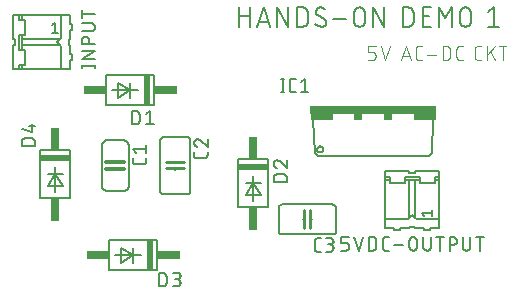
<source format=gbr>
G04 EAGLE Gerber RS-274X export*
G75*
%MOMM*%
%FSLAX34Y34*%
%LPD*%
%INSilkscreen Top*%
%IPPOS*%
%AMOC8*
5,1,8,0,0,1.08239X$1,22.5*%
G01*
%ADD10C,0.152400*%
%ADD11C,0.101600*%
%ADD12C,0.127000*%
%ADD13C,0.304800*%
%ADD14C,0.254000*%
%ADD15R,0.508000X2.540000*%
%ADD16R,1.905000X0.762000*%
%ADD17R,2.540000X0.508000*%
%ADD18R,0.762000X1.905000*%
%ADD19R,10.668000X0.762000*%
%ADD20R,1.905000X0.508000*%
%ADD21R,0.762000X0.508000*%


D10*
X196342Y224282D02*
X196342Y240538D01*
X196342Y233313D02*
X205373Y233313D01*
X205373Y240538D02*
X205373Y224282D01*
X211591Y224282D02*
X217010Y240538D01*
X222429Y224282D01*
X221074Y228346D02*
X212946Y228346D01*
X228647Y224282D02*
X228647Y240538D01*
X237678Y224282D01*
X237678Y240538D01*
X245320Y240538D02*
X245320Y224282D01*
X245320Y240538D02*
X249835Y240538D01*
X249966Y240536D01*
X250098Y240530D01*
X250229Y240521D01*
X250359Y240507D01*
X250490Y240490D01*
X250619Y240469D01*
X250748Y240445D01*
X250876Y240416D01*
X251004Y240384D01*
X251130Y240348D01*
X251255Y240309D01*
X251380Y240266D01*
X251502Y240219D01*
X251624Y240169D01*
X251744Y240115D01*
X251862Y240058D01*
X251978Y239997D01*
X252093Y239933D01*
X252206Y239866D01*
X252317Y239795D01*
X252425Y239721D01*
X252532Y239644D01*
X252636Y239564D01*
X252738Y239481D01*
X252837Y239396D01*
X252934Y239307D01*
X253028Y239215D01*
X253120Y239121D01*
X253209Y239024D01*
X253294Y238925D01*
X253377Y238823D01*
X253457Y238719D01*
X253534Y238612D01*
X253608Y238504D01*
X253679Y238393D01*
X253746Y238280D01*
X253810Y238165D01*
X253871Y238049D01*
X253928Y237931D01*
X253982Y237811D01*
X254032Y237689D01*
X254079Y237567D01*
X254122Y237442D01*
X254161Y237317D01*
X254197Y237191D01*
X254229Y237063D01*
X254258Y236935D01*
X254282Y236806D01*
X254303Y236677D01*
X254320Y236546D01*
X254334Y236416D01*
X254343Y236285D01*
X254349Y236153D01*
X254351Y236022D01*
X254351Y228798D01*
X254352Y228798D02*
X254350Y228667D01*
X254344Y228535D01*
X254335Y228404D01*
X254321Y228274D01*
X254304Y228143D01*
X254283Y228014D01*
X254259Y227885D01*
X254230Y227757D01*
X254198Y227629D01*
X254162Y227503D01*
X254123Y227378D01*
X254080Y227253D01*
X254033Y227131D01*
X253983Y227009D01*
X253929Y226889D01*
X253872Y226771D01*
X253811Y226655D01*
X253747Y226540D01*
X253680Y226427D01*
X253609Y226316D01*
X253535Y226208D01*
X253458Y226101D01*
X253378Y225997D01*
X253295Y225895D01*
X253210Y225796D01*
X253121Y225699D01*
X253029Y225605D01*
X252935Y225513D01*
X252838Y225424D01*
X252739Y225339D01*
X252637Y225256D01*
X252533Y225176D01*
X252426Y225099D01*
X252318Y225025D01*
X252207Y224954D01*
X252094Y224887D01*
X251979Y224823D01*
X251863Y224762D01*
X251745Y224705D01*
X251625Y224651D01*
X251503Y224601D01*
X251381Y224554D01*
X251256Y224511D01*
X251131Y224472D01*
X251005Y224436D01*
X250877Y224404D01*
X250749Y224375D01*
X250620Y224351D01*
X250490Y224330D01*
X250360Y224313D01*
X250230Y224299D01*
X250099Y224290D01*
X249967Y224284D01*
X249836Y224282D01*
X249835Y224282D02*
X245320Y224282D01*
X266370Y224282D02*
X266488Y224284D01*
X266606Y224290D01*
X266724Y224299D01*
X266841Y224313D01*
X266958Y224330D01*
X267075Y224351D01*
X267190Y224376D01*
X267305Y224405D01*
X267419Y224438D01*
X267531Y224474D01*
X267642Y224514D01*
X267752Y224557D01*
X267861Y224604D01*
X267968Y224654D01*
X268073Y224709D01*
X268176Y224766D01*
X268277Y224827D01*
X268377Y224891D01*
X268474Y224958D01*
X268569Y225028D01*
X268661Y225102D01*
X268752Y225178D01*
X268839Y225258D01*
X268924Y225340D01*
X269006Y225425D01*
X269086Y225512D01*
X269162Y225603D01*
X269236Y225695D01*
X269306Y225790D01*
X269373Y225887D01*
X269437Y225987D01*
X269498Y226088D01*
X269555Y226191D01*
X269610Y226296D01*
X269660Y226403D01*
X269707Y226512D01*
X269750Y226622D01*
X269790Y226733D01*
X269826Y226845D01*
X269859Y226959D01*
X269888Y227074D01*
X269913Y227189D01*
X269934Y227306D01*
X269951Y227423D01*
X269965Y227540D01*
X269974Y227658D01*
X269980Y227776D01*
X269982Y227894D01*
X266370Y224282D02*
X266187Y224284D01*
X266005Y224291D01*
X265823Y224302D01*
X265641Y224317D01*
X265459Y224337D01*
X265278Y224360D01*
X265098Y224389D01*
X264918Y224421D01*
X264739Y224458D01*
X264562Y224499D01*
X264385Y224545D01*
X264209Y224594D01*
X264035Y224648D01*
X263861Y224706D01*
X263690Y224768D01*
X263520Y224834D01*
X263351Y224905D01*
X263184Y224979D01*
X263019Y225057D01*
X262856Y225139D01*
X262695Y225225D01*
X262536Y225315D01*
X262379Y225409D01*
X262225Y225506D01*
X262073Y225607D01*
X261923Y225712D01*
X261776Y225820D01*
X261632Y225931D01*
X261490Y226046D01*
X261351Y226165D01*
X261215Y226287D01*
X261082Y226412D01*
X260952Y226540D01*
X261403Y236926D02*
X261405Y237044D01*
X261411Y237162D01*
X261420Y237280D01*
X261434Y237397D01*
X261451Y237514D01*
X261472Y237631D01*
X261497Y237746D01*
X261526Y237861D01*
X261559Y237975D01*
X261595Y238087D01*
X261635Y238198D01*
X261678Y238308D01*
X261725Y238417D01*
X261775Y238524D01*
X261830Y238629D01*
X261887Y238732D01*
X261948Y238833D01*
X262012Y238933D01*
X262079Y239030D01*
X262149Y239125D01*
X262223Y239217D01*
X262299Y239308D01*
X262379Y239395D01*
X262461Y239480D01*
X262546Y239562D01*
X262633Y239642D01*
X262724Y239718D01*
X262816Y239792D01*
X262911Y239862D01*
X263008Y239929D01*
X263108Y239993D01*
X263209Y240054D01*
X263312Y240112D01*
X263417Y240166D01*
X263524Y240216D01*
X263633Y240263D01*
X263743Y240307D01*
X263854Y240346D01*
X263967Y240382D01*
X264080Y240415D01*
X264195Y240444D01*
X264310Y240469D01*
X264427Y240490D01*
X264544Y240507D01*
X264661Y240521D01*
X264779Y240530D01*
X264897Y240536D01*
X265015Y240538D01*
X265176Y240536D01*
X265338Y240530D01*
X265499Y240521D01*
X265660Y240507D01*
X265820Y240490D01*
X265980Y240469D01*
X266140Y240444D01*
X266299Y240415D01*
X266457Y240383D01*
X266614Y240347D01*
X266770Y240307D01*
X266926Y240263D01*
X267080Y240215D01*
X267233Y240164D01*
X267385Y240110D01*
X267536Y240051D01*
X267685Y239990D01*
X267832Y239924D01*
X267978Y239855D01*
X268123Y239783D01*
X268265Y239707D01*
X268406Y239628D01*
X268545Y239546D01*
X268681Y239460D01*
X268816Y239371D01*
X268949Y239279D01*
X269079Y239183D01*
X263209Y233765D02*
X263108Y233827D01*
X263008Y233892D01*
X262911Y233961D01*
X262816Y234033D01*
X262723Y234107D01*
X262633Y234185D01*
X262545Y234266D01*
X262460Y234349D01*
X262378Y234435D01*
X262299Y234524D01*
X262222Y234615D01*
X262149Y234709D01*
X262078Y234805D01*
X262011Y234903D01*
X261947Y235003D01*
X261886Y235106D01*
X261829Y235210D01*
X261775Y235316D01*
X261725Y235424D01*
X261678Y235533D01*
X261634Y235644D01*
X261594Y235756D01*
X261558Y235870D01*
X261526Y235984D01*
X261497Y236100D01*
X261472Y236216D01*
X261451Y236333D01*
X261434Y236451D01*
X261420Y236569D01*
X261411Y236688D01*
X261405Y236807D01*
X261403Y236926D01*
X268176Y231055D02*
X268277Y230993D01*
X268377Y230928D01*
X268474Y230859D01*
X268569Y230787D01*
X268662Y230713D01*
X268752Y230635D01*
X268840Y230554D01*
X268925Y230471D01*
X269007Y230385D01*
X269086Y230296D01*
X269163Y230205D01*
X269236Y230111D01*
X269307Y230015D01*
X269374Y229917D01*
X269438Y229817D01*
X269499Y229714D01*
X269556Y229610D01*
X269610Y229504D01*
X269660Y229396D01*
X269707Y229287D01*
X269751Y229176D01*
X269791Y229064D01*
X269827Y228950D01*
X269859Y228836D01*
X269888Y228720D01*
X269913Y228604D01*
X269934Y228487D01*
X269951Y228369D01*
X269965Y228251D01*
X269974Y228132D01*
X269980Y228013D01*
X269982Y227894D01*
X268176Y231055D02*
X263209Y233765D01*
X276200Y230604D02*
X287038Y230604D01*
X293777Y228798D02*
X293777Y236022D01*
X293776Y236022D02*
X293778Y236155D01*
X293784Y236287D01*
X293794Y236419D01*
X293807Y236551D01*
X293825Y236683D01*
X293846Y236813D01*
X293871Y236944D01*
X293900Y237073D01*
X293933Y237201D01*
X293969Y237329D01*
X294009Y237455D01*
X294053Y237580D01*
X294101Y237704D01*
X294152Y237826D01*
X294207Y237947D01*
X294265Y238066D01*
X294327Y238184D01*
X294392Y238299D01*
X294461Y238413D01*
X294532Y238524D01*
X294608Y238633D01*
X294686Y238740D01*
X294767Y238845D01*
X294852Y238947D01*
X294939Y239047D01*
X295029Y239144D01*
X295122Y239239D01*
X295218Y239330D01*
X295316Y239419D01*
X295417Y239505D01*
X295521Y239588D01*
X295627Y239668D01*
X295735Y239744D01*
X295845Y239818D01*
X295958Y239888D01*
X296072Y239955D01*
X296189Y240018D01*
X296307Y240078D01*
X296427Y240135D01*
X296549Y240188D01*
X296672Y240237D01*
X296796Y240283D01*
X296922Y240325D01*
X297049Y240363D01*
X297177Y240398D01*
X297306Y240429D01*
X297435Y240456D01*
X297566Y240479D01*
X297697Y240499D01*
X297829Y240514D01*
X297961Y240526D01*
X298093Y240534D01*
X298226Y240538D01*
X298358Y240538D01*
X298491Y240534D01*
X298623Y240526D01*
X298755Y240514D01*
X298887Y240499D01*
X299018Y240479D01*
X299149Y240456D01*
X299278Y240429D01*
X299407Y240398D01*
X299535Y240363D01*
X299662Y240325D01*
X299788Y240283D01*
X299912Y240237D01*
X300035Y240188D01*
X300157Y240135D01*
X300277Y240078D01*
X300395Y240018D01*
X300512Y239955D01*
X300626Y239888D01*
X300739Y239818D01*
X300849Y239744D01*
X300957Y239668D01*
X301063Y239588D01*
X301167Y239505D01*
X301268Y239419D01*
X301366Y239330D01*
X301462Y239239D01*
X301555Y239144D01*
X301645Y239047D01*
X301732Y238947D01*
X301817Y238845D01*
X301898Y238740D01*
X301976Y238633D01*
X302052Y238524D01*
X302123Y238413D01*
X302192Y238299D01*
X302257Y238184D01*
X302319Y238066D01*
X302377Y237947D01*
X302432Y237826D01*
X302483Y237704D01*
X302531Y237580D01*
X302575Y237455D01*
X302615Y237329D01*
X302651Y237201D01*
X302684Y237073D01*
X302713Y236944D01*
X302738Y236813D01*
X302759Y236683D01*
X302777Y236551D01*
X302790Y236419D01*
X302800Y236287D01*
X302806Y236155D01*
X302808Y236022D01*
X302808Y228798D01*
X302806Y228665D01*
X302800Y228533D01*
X302790Y228401D01*
X302777Y228269D01*
X302759Y228137D01*
X302738Y228007D01*
X302713Y227876D01*
X302684Y227747D01*
X302651Y227619D01*
X302615Y227491D01*
X302575Y227365D01*
X302531Y227240D01*
X302483Y227116D01*
X302432Y226994D01*
X302377Y226873D01*
X302319Y226754D01*
X302257Y226636D01*
X302192Y226521D01*
X302123Y226407D01*
X302052Y226296D01*
X301976Y226187D01*
X301898Y226080D01*
X301817Y225975D01*
X301732Y225873D01*
X301645Y225773D01*
X301555Y225676D01*
X301462Y225581D01*
X301366Y225490D01*
X301268Y225401D01*
X301167Y225315D01*
X301063Y225232D01*
X300957Y225152D01*
X300849Y225076D01*
X300739Y225002D01*
X300626Y224932D01*
X300512Y224865D01*
X300395Y224802D01*
X300277Y224742D01*
X300157Y224685D01*
X300035Y224632D01*
X299912Y224583D01*
X299788Y224537D01*
X299662Y224495D01*
X299535Y224457D01*
X299407Y224422D01*
X299278Y224391D01*
X299149Y224364D01*
X299018Y224341D01*
X298887Y224321D01*
X298755Y224306D01*
X298623Y224294D01*
X298491Y224286D01*
X298358Y224282D01*
X298226Y224282D01*
X298093Y224286D01*
X297961Y224294D01*
X297829Y224306D01*
X297697Y224321D01*
X297566Y224341D01*
X297435Y224364D01*
X297306Y224391D01*
X297177Y224422D01*
X297049Y224457D01*
X296922Y224495D01*
X296796Y224537D01*
X296672Y224583D01*
X296549Y224632D01*
X296427Y224685D01*
X296307Y224742D01*
X296189Y224802D01*
X296072Y224865D01*
X295958Y224932D01*
X295845Y225002D01*
X295735Y225076D01*
X295627Y225152D01*
X295521Y225232D01*
X295417Y225315D01*
X295316Y225401D01*
X295218Y225490D01*
X295122Y225581D01*
X295029Y225676D01*
X294939Y225773D01*
X294852Y225873D01*
X294767Y225975D01*
X294686Y226080D01*
X294608Y226187D01*
X294532Y226296D01*
X294461Y226407D01*
X294392Y226521D01*
X294327Y226636D01*
X294265Y226754D01*
X294207Y226873D01*
X294152Y226994D01*
X294101Y227116D01*
X294053Y227240D01*
X294009Y227365D01*
X293969Y227491D01*
X293933Y227619D01*
X293900Y227747D01*
X293871Y227876D01*
X293846Y228007D01*
X293825Y228137D01*
X293807Y228269D01*
X293794Y228401D01*
X293784Y228533D01*
X293778Y228665D01*
X293776Y228798D01*
X309929Y224282D02*
X309929Y240538D01*
X318960Y224282D01*
X318960Y240538D01*
X334939Y240538D02*
X334939Y224282D01*
X334939Y240538D02*
X339455Y240538D01*
X339586Y240536D01*
X339718Y240530D01*
X339849Y240521D01*
X339979Y240507D01*
X340110Y240490D01*
X340239Y240469D01*
X340368Y240445D01*
X340496Y240416D01*
X340624Y240384D01*
X340750Y240348D01*
X340875Y240309D01*
X341000Y240266D01*
X341122Y240219D01*
X341244Y240169D01*
X341364Y240115D01*
X341482Y240058D01*
X341598Y239997D01*
X341713Y239933D01*
X341826Y239866D01*
X341937Y239795D01*
X342045Y239721D01*
X342152Y239644D01*
X342256Y239564D01*
X342358Y239481D01*
X342457Y239396D01*
X342554Y239307D01*
X342648Y239215D01*
X342740Y239121D01*
X342829Y239024D01*
X342914Y238925D01*
X342997Y238823D01*
X343077Y238719D01*
X343154Y238612D01*
X343228Y238504D01*
X343299Y238393D01*
X343366Y238280D01*
X343430Y238165D01*
X343491Y238049D01*
X343548Y237931D01*
X343602Y237811D01*
X343652Y237689D01*
X343699Y237567D01*
X343742Y237442D01*
X343781Y237317D01*
X343817Y237191D01*
X343849Y237063D01*
X343878Y236935D01*
X343902Y236806D01*
X343923Y236677D01*
X343940Y236546D01*
X343954Y236416D01*
X343963Y236285D01*
X343969Y236153D01*
X343971Y236022D01*
X343970Y236022D02*
X343970Y228798D01*
X343971Y228798D02*
X343969Y228667D01*
X343963Y228535D01*
X343954Y228404D01*
X343940Y228274D01*
X343923Y228143D01*
X343902Y228014D01*
X343878Y227885D01*
X343849Y227757D01*
X343817Y227629D01*
X343781Y227503D01*
X343742Y227378D01*
X343699Y227253D01*
X343652Y227131D01*
X343602Y227009D01*
X343548Y226889D01*
X343491Y226771D01*
X343430Y226655D01*
X343366Y226540D01*
X343299Y226427D01*
X343228Y226316D01*
X343154Y226208D01*
X343077Y226101D01*
X342997Y225997D01*
X342914Y225895D01*
X342829Y225796D01*
X342740Y225699D01*
X342648Y225605D01*
X342554Y225513D01*
X342457Y225424D01*
X342358Y225339D01*
X342256Y225256D01*
X342152Y225176D01*
X342045Y225099D01*
X341937Y225025D01*
X341826Y224954D01*
X341713Y224887D01*
X341598Y224823D01*
X341482Y224762D01*
X341364Y224705D01*
X341244Y224651D01*
X341122Y224601D01*
X341000Y224554D01*
X340875Y224511D01*
X340750Y224472D01*
X340624Y224436D01*
X340496Y224404D01*
X340368Y224375D01*
X340239Y224351D01*
X340109Y224330D01*
X339979Y224313D01*
X339849Y224299D01*
X339718Y224290D01*
X339586Y224284D01*
X339455Y224282D01*
X334939Y224282D01*
X351642Y224282D02*
X358867Y224282D01*
X351642Y224282D02*
X351642Y240538D01*
X358867Y240538D01*
X357061Y233313D02*
X351642Y233313D01*
X365298Y240538D02*
X365298Y224282D01*
X370717Y231507D02*
X365298Y240538D01*
X370717Y231507D02*
X376136Y240538D01*
X376136Y224282D01*
X383396Y228798D02*
X383396Y236022D01*
X383395Y236022D02*
X383397Y236155D01*
X383403Y236287D01*
X383413Y236419D01*
X383426Y236551D01*
X383444Y236683D01*
X383465Y236813D01*
X383490Y236944D01*
X383519Y237073D01*
X383552Y237201D01*
X383588Y237329D01*
X383628Y237455D01*
X383672Y237580D01*
X383720Y237704D01*
X383771Y237826D01*
X383826Y237947D01*
X383884Y238066D01*
X383946Y238184D01*
X384011Y238299D01*
X384080Y238413D01*
X384151Y238524D01*
X384227Y238633D01*
X384305Y238740D01*
X384386Y238845D01*
X384471Y238947D01*
X384558Y239047D01*
X384648Y239144D01*
X384741Y239239D01*
X384837Y239330D01*
X384935Y239419D01*
X385036Y239505D01*
X385140Y239588D01*
X385246Y239668D01*
X385354Y239744D01*
X385464Y239818D01*
X385577Y239888D01*
X385691Y239955D01*
X385808Y240018D01*
X385926Y240078D01*
X386046Y240135D01*
X386168Y240188D01*
X386291Y240237D01*
X386415Y240283D01*
X386541Y240325D01*
X386668Y240363D01*
X386796Y240398D01*
X386925Y240429D01*
X387054Y240456D01*
X387185Y240479D01*
X387316Y240499D01*
X387448Y240514D01*
X387580Y240526D01*
X387712Y240534D01*
X387845Y240538D01*
X387977Y240538D01*
X388110Y240534D01*
X388242Y240526D01*
X388374Y240514D01*
X388506Y240499D01*
X388637Y240479D01*
X388768Y240456D01*
X388897Y240429D01*
X389026Y240398D01*
X389154Y240363D01*
X389281Y240325D01*
X389407Y240283D01*
X389531Y240237D01*
X389654Y240188D01*
X389776Y240135D01*
X389896Y240078D01*
X390014Y240018D01*
X390131Y239955D01*
X390245Y239888D01*
X390358Y239818D01*
X390468Y239744D01*
X390576Y239668D01*
X390682Y239588D01*
X390786Y239505D01*
X390887Y239419D01*
X390985Y239330D01*
X391081Y239239D01*
X391174Y239144D01*
X391264Y239047D01*
X391351Y238947D01*
X391436Y238845D01*
X391517Y238740D01*
X391595Y238633D01*
X391671Y238524D01*
X391742Y238413D01*
X391811Y238299D01*
X391876Y238184D01*
X391938Y238066D01*
X391996Y237947D01*
X392051Y237826D01*
X392102Y237704D01*
X392150Y237580D01*
X392194Y237455D01*
X392234Y237329D01*
X392270Y237201D01*
X392303Y237073D01*
X392332Y236944D01*
X392357Y236813D01*
X392378Y236683D01*
X392396Y236551D01*
X392409Y236419D01*
X392419Y236287D01*
X392425Y236155D01*
X392427Y236022D01*
X392427Y228798D01*
X392425Y228665D01*
X392419Y228533D01*
X392409Y228401D01*
X392396Y228269D01*
X392378Y228137D01*
X392357Y228007D01*
X392332Y227876D01*
X392303Y227747D01*
X392270Y227619D01*
X392234Y227491D01*
X392194Y227365D01*
X392150Y227240D01*
X392102Y227116D01*
X392051Y226994D01*
X391996Y226873D01*
X391938Y226754D01*
X391876Y226636D01*
X391811Y226521D01*
X391742Y226407D01*
X391671Y226296D01*
X391595Y226187D01*
X391517Y226080D01*
X391436Y225975D01*
X391351Y225873D01*
X391264Y225773D01*
X391174Y225676D01*
X391081Y225581D01*
X390985Y225490D01*
X390887Y225401D01*
X390786Y225315D01*
X390682Y225232D01*
X390576Y225152D01*
X390468Y225076D01*
X390358Y225002D01*
X390245Y224932D01*
X390131Y224865D01*
X390014Y224802D01*
X389896Y224742D01*
X389776Y224685D01*
X389654Y224632D01*
X389531Y224583D01*
X389407Y224537D01*
X389281Y224495D01*
X389154Y224457D01*
X389026Y224422D01*
X388897Y224391D01*
X388768Y224364D01*
X388637Y224341D01*
X388506Y224321D01*
X388374Y224306D01*
X388242Y224294D01*
X388110Y224286D01*
X387977Y224282D01*
X387845Y224282D01*
X387712Y224286D01*
X387580Y224294D01*
X387448Y224306D01*
X387316Y224321D01*
X387185Y224341D01*
X387054Y224364D01*
X386925Y224391D01*
X386796Y224422D01*
X386668Y224457D01*
X386541Y224495D01*
X386415Y224537D01*
X386291Y224583D01*
X386168Y224632D01*
X386046Y224685D01*
X385926Y224742D01*
X385808Y224802D01*
X385691Y224865D01*
X385577Y224932D01*
X385464Y225002D01*
X385354Y225076D01*
X385246Y225152D01*
X385140Y225232D01*
X385036Y225315D01*
X384935Y225401D01*
X384837Y225490D01*
X384741Y225581D01*
X384648Y225676D01*
X384558Y225773D01*
X384471Y225873D01*
X384386Y225975D01*
X384305Y226080D01*
X384227Y226187D01*
X384151Y226296D01*
X384080Y226407D01*
X384011Y226521D01*
X383946Y226636D01*
X383884Y226754D01*
X383826Y226873D01*
X383771Y226994D01*
X383720Y227116D01*
X383672Y227240D01*
X383628Y227365D01*
X383588Y227491D01*
X383552Y227619D01*
X383519Y227747D01*
X383490Y227876D01*
X383465Y228007D01*
X383444Y228137D01*
X383426Y228269D01*
X383413Y228401D01*
X383403Y228533D01*
X383397Y228665D01*
X383395Y228798D01*
X407364Y236926D02*
X411879Y240538D01*
X411879Y224282D01*
X407364Y224282D02*
X416395Y224282D01*
D11*
X309203Y196088D02*
X305308Y196088D01*
X309203Y196088D02*
X309302Y196090D01*
X309402Y196096D01*
X309501Y196105D01*
X309599Y196118D01*
X309697Y196135D01*
X309795Y196156D01*
X309891Y196181D01*
X309986Y196209D01*
X310080Y196241D01*
X310173Y196276D01*
X310265Y196315D01*
X310355Y196358D01*
X310443Y196403D01*
X310530Y196453D01*
X310614Y196505D01*
X310697Y196561D01*
X310777Y196619D01*
X310855Y196681D01*
X310930Y196746D01*
X311003Y196814D01*
X311073Y196884D01*
X311141Y196957D01*
X311206Y197032D01*
X311268Y197110D01*
X311326Y197190D01*
X311382Y197273D01*
X311434Y197357D01*
X311484Y197444D01*
X311529Y197532D01*
X311572Y197622D01*
X311611Y197714D01*
X311646Y197807D01*
X311678Y197901D01*
X311706Y197996D01*
X311731Y198092D01*
X311752Y198190D01*
X311769Y198288D01*
X311782Y198386D01*
X311791Y198485D01*
X311797Y198585D01*
X311799Y198684D01*
X311799Y199983D01*
X311797Y200082D01*
X311791Y200182D01*
X311782Y200281D01*
X311769Y200379D01*
X311752Y200477D01*
X311731Y200575D01*
X311706Y200671D01*
X311678Y200766D01*
X311646Y200860D01*
X311611Y200953D01*
X311572Y201045D01*
X311529Y201135D01*
X311484Y201223D01*
X311434Y201310D01*
X311382Y201394D01*
X311326Y201477D01*
X311268Y201557D01*
X311206Y201635D01*
X311141Y201710D01*
X311073Y201783D01*
X311003Y201853D01*
X310930Y201921D01*
X310855Y201986D01*
X310777Y202048D01*
X310697Y202106D01*
X310614Y202162D01*
X310530Y202214D01*
X310443Y202264D01*
X310355Y202309D01*
X310265Y202352D01*
X310173Y202391D01*
X310080Y202426D01*
X309986Y202458D01*
X309891Y202486D01*
X309795Y202511D01*
X309697Y202532D01*
X309599Y202549D01*
X309501Y202562D01*
X309402Y202571D01*
X309302Y202577D01*
X309203Y202579D01*
X305308Y202579D01*
X305308Y207772D01*
X311799Y207772D01*
X316089Y207772D02*
X319984Y196088D01*
X323878Y207772D01*
X337510Y207772D02*
X333615Y196088D01*
X341404Y196088D02*
X337510Y207772D01*
X340431Y199009D02*
X334589Y199009D01*
X348257Y196088D02*
X350854Y196088D01*
X348257Y196088D02*
X348158Y196090D01*
X348058Y196096D01*
X347959Y196105D01*
X347861Y196118D01*
X347763Y196135D01*
X347665Y196156D01*
X347569Y196181D01*
X347474Y196209D01*
X347380Y196241D01*
X347287Y196276D01*
X347195Y196315D01*
X347105Y196358D01*
X347017Y196403D01*
X346930Y196453D01*
X346846Y196505D01*
X346763Y196561D01*
X346683Y196619D01*
X346605Y196681D01*
X346530Y196746D01*
X346457Y196814D01*
X346387Y196884D01*
X346319Y196957D01*
X346254Y197032D01*
X346192Y197110D01*
X346134Y197190D01*
X346078Y197273D01*
X346026Y197357D01*
X345976Y197444D01*
X345931Y197532D01*
X345888Y197622D01*
X345849Y197714D01*
X345814Y197807D01*
X345782Y197901D01*
X345754Y197996D01*
X345729Y198092D01*
X345708Y198190D01*
X345691Y198288D01*
X345678Y198386D01*
X345669Y198485D01*
X345663Y198585D01*
X345661Y198684D01*
X345661Y205176D01*
X345663Y205275D01*
X345669Y205375D01*
X345678Y205474D01*
X345691Y205572D01*
X345708Y205670D01*
X345729Y205768D01*
X345754Y205864D01*
X345782Y205959D01*
X345814Y206053D01*
X345849Y206146D01*
X345888Y206238D01*
X345931Y206328D01*
X345976Y206416D01*
X346026Y206503D01*
X346078Y206587D01*
X346134Y206670D01*
X346192Y206750D01*
X346254Y206828D01*
X346319Y206903D01*
X346387Y206976D01*
X346457Y207046D01*
X346530Y207114D01*
X346605Y207179D01*
X346683Y207241D01*
X346763Y207299D01*
X346846Y207355D01*
X346930Y207407D01*
X347017Y207457D01*
X347105Y207502D01*
X347195Y207545D01*
X347287Y207584D01*
X347379Y207619D01*
X347474Y207651D01*
X347569Y207679D01*
X347665Y207704D01*
X347763Y207725D01*
X347861Y207742D01*
X347959Y207755D01*
X348058Y207764D01*
X348158Y207770D01*
X348257Y207772D01*
X350854Y207772D01*
X355332Y200632D02*
X363121Y200632D01*
X368554Y196088D02*
X368554Y207772D01*
X371800Y207772D01*
X371913Y207770D01*
X372026Y207764D01*
X372139Y207754D01*
X372252Y207740D01*
X372364Y207723D01*
X372475Y207701D01*
X372585Y207676D01*
X372695Y207646D01*
X372803Y207613D01*
X372910Y207576D01*
X373016Y207536D01*
X373120Y207491D01*
X373223Y207443D01*
X373324Y207392D01*
X373423Y207337D01*
X373520Y207279D01*
X373615Y207217D01*
X373708Y207152D01*
X373798Y207084D01*
X373886Y207013D01*
X373972Y206938D01*
X374055Y206861D01*
X374135Y206781D01*
X374212Y206698D01*
X374287Y206612D01*
X374358Y206524D01*
X374426Y206434D01*
X374491Y206341D01*
X374553Y206246D01*
X374611Y206149D01*
X374666Y206050D01*
X374717Y205949D01*
X374765Y205846D01*
X374810Y205742D01*
X374850Y205636D01*
X374887Y205529D01*
X374920Y205421D01*
X374950Y205311D01*
X374975Y205201D01*
X374997Y205090D01*
X375014Y204978D01*
X375028Y204865D01*
X375038Y204752D01*
X375044Y204639D01*
X375046Y204526D01*
X375045Y204526D02*
X375045Y199334D01*
X375046Y199334D02*
X375044Y199221D01*
X375038Y199108D01*
X375028Y198995D01*
X375014Y198882D01*
X374997Y198770D01*
X374975Y198659D01*
X374950Y198549D01*
X374920Y198439D01*
X374887Y198331D01*
X374850Y198224D01*
X374810Y198118D01*
X374765Y198014D01*
X374717Y197911D01*
X374666Y197810D01*
X374611Y197711D01*
X374553Y197614D01*
X374491Y197519D01*
X374426Y197426D01*
X374358Y197336D01*
X374287Y197248D01*
X374212Y197162D01*
X374135Y197079D01*
X374055Y196999D01*
X373972Y196922D01*
X373886Y196847D01*
X373798Y196776D01*
X373708Y196708D01*
X373615Y196643D01*
X373520Y196581D01*
X373423Y196523D01*
X373324Y196468D01*
X373223Y196417D01*
X373120Y196369D01*
X373016Y196324D01*
X372910Y196284D01*
X372803Y196247D01*
X372695Y196214D01*
X372585Y196184D01*
X372475Y196159D01*
X372364Y196137D01*
X372252Y196120D01*
X372139Y196106D01*
X372026Y196096D01*
X371913Y196090D01*
X371800Y196088D01*
X368554Y196088D01*
X382928Y196088D02*
X385525Y196088D01*
X382928Y196088D02*
X382829Y196090D01*
X382729Y196096D01*
X382630Y196105D01*
X382532Y196118D01*
X382434Y196135D01*
X382336Y196156D01*
X382240Y196181D01*
X382145Y196209D01*
X382051Y196241D01*
X381958Y196276D01*
X381866Y196315D01*
X381776Y196358D01*
X381688Y196403D01*
X381601Y196453D01*
X381517Y196505D01*
X381434Y196561D01*
X381354Y196619D01*
X381276Y196681D01*
X381201Y196746D01*
X381128Y196814D01*
X381058Y196884D01*
X380990Y196957D01*
X380925Y197032D01*
X380863Y197110D01*
X380805Y197190D01*
X380749Y197273D01*
X380697Y197357D01*
X380647Y197444D01*
X380602Y197532D01*
X380559Y197622D01*
X380520Y197714D01*
X380485Y197807D01*
X380453Y197901D01*
X380425Y197996D01*
X380400Y198092D01*
X380379Y198190D01*
X380362Y198288D01*
X380349Y198386D01*
X380340Y198485D01*
X380334Y198585D01*
X380332Y198684D01*
X380332Y205176D01*
X380334Y205275D01*
X380340Y205375D01*
X380349Y205474D01*
X380362Y205572D01*
X380379Y205670D01*
X380400Y205768D01*
X380425Y205864D01*
X380453Y205959D01*
X380485Y206053D01*
X380520Y206146D01*
X380559Y206238D01*
X380602Y206328D01*
X380647Y206416D01*
X380697Y206503D01*
X380749Y206587D01*
X380805Y206670D01*
X380863Y206750D01*
X380925Y206828D01*
X380990Y206903D01*
X381058Y206976D01*
X381128Y207046D01*
X381201Y207114D01*
X381276Y207179D01*
X381354Y207241D01*
X381434Y207299D01*
X381517Y207355D01*
X381601Y207407D01*
X381688Y207457D01*
X381776Y207502D01*
X381866Y207545D01*
X381958Y207584D01*
X382050Y207619D01*
X382145Y207651D01*
X382240Y207679D01*
X382336Y207704D01*
X382434Y207725D01*
X382532Y207742D01*
X382630Y207755D01*
X382729Y207764D01*
X382829Y207770D01*
X382928Y207772D01*
X385525Y207772D01*
X398549Y196088D02*
X401146Y196088D01*
X398549Y196088D02*
X398450Y196090D01*
X398350Y196096D01*
X398251Y196105D01*
X398153Y196118D01*
X398055Y196135D01*
X397957Y196156D01*
X397861Y196181D01*
X397766Y196209D01*
X397672Y196241D01*
X397579Y196276D01*
X397487Y196315D01*
X397397Y196358D01*
X397309Y196403D01*
X397222Y196453D01*
X397138Y196505D01*
X397055Y196561D01*
X396975Y196619D01*
X396897Y196681D01*
X396822Y196746D01*
X396749Y196814D01*
X396679Y196884D01*
X396611Y196957D01*
X396546Y197032D01*
X396484Y197110D01*
X396426Y197190D01*
X396370Y197273D01*
X396318Y197357D01*
X396268Y197444D01*
X396223Y197532D01*
X396180Y197622D01*
X396141Y197714D01*
X396106Y197807D01*
X396074Y197901D01*
X396046Y197996D01*
X396021Y198092D01*
X396000Y198190D01*
X395983Y198288D01*
X395970Y198386D01*
X395961Y198485D01*
X395955Y198585D01*
X395953Y198684D01*
X395953Y205176D01*
X395955Y205275D01*
X395961Y205375D01*
X395970Y205474D01*
X395983Y205572D01*
X396000Y205670D01*
X396021Y205768D01*
X396046Y205864D01*
X396074Y205959D01*
X396106Y206053D01*
X396141Y206146D01*
X396180Y206238D01*
X396223Y206328D01*
X396268Y206416D01*
X396318Y206503D01*
X396370Y206587D01*
X396426Y206670D01*
X396484Y206750D01*
X396546Y206828D01*
X396611Y206903D01*
X396679Y206976D01*
X396749Y207046D01*
X396822Y207114D01*
X396897Y207179D01*
X396975Y207241D01*
X397055Y207299D01*
X397138Y207355D01*
X397222Y207407D01*
X397309Y207457D01*
X397397Y207502D01*
X397487Y207545D01*
X397579Y207584D01*
X397671Y207619D01*
X397766Y207651D01*
X397861Y207679D01*
X397957Y207704D01*
X398055Y207725D01*
X398153Y207742D01*
X398251Y207755D01*
X398350Y207764D01*
X398450Y207770D01*
X398549Y207772D01*
X401146Y207772D01*
X406061Y207772D02*
X406061Y196088D01*
X406061Y200632D02*
X412552Y207772D01*
X408658Y203228D02*
X412552Y196088D01*
X419424Y196088D02*
X419424Y207772D01*
X416179Y207772D02*
X422670Y207772D01*
D10*
X365760Y60960D02*
X365760Y53340D01*
X365760Y60960D02*
X346710Y60960D01*
X345440Y62230D01*
X342900Y64770D01*
X340360Y62230D01*
X339090Y60960D01*
X345440Y100330D02*
X345440Y101600D01*
X365760Y101600D01*
X345440Y100330D02*
X340360Y100330D01*
X340360Y101600D01*
X320040Y101600D01*
X320040Y60960D02*
X339090Y60960D01*
X320040Y60960D02*
X320040Y53340D01*
X365760Y60960D02*
X365760Y93980D01*
X365760Y96520D02*
X365760Y101600D01*
X365760Y96520D02*
X361950Y96520D01*
X320040Y96520D02*
X320040Y101600D01*
X320040Y96520D02*
X323850Y96520D01*
X320040Y93980D02*
X320040Y60960D01*
X323850Y93980D02*
X323850Y96520D01*
X323850Y91440D02*
X336550Y91440D01*
X349250Y93980D02*
X349250Y96520D01*
X361950Y96520D02*
X361950Y93980D01*
X361950Y91440D02*
X349250Y91440D01*
X349250Y96520D02*
X336550Y96520D01*
X349250Y93980D02*
X349250Y91440D01*
X336550Y93980D02*
X336550Y96520D01*
X336550Y93980D02*
X336550Y91440D01*
X336550Y93980D02*
X340360Y93980D01*
X340360Y62230D01*
X345440Y93980D02*
X349250Y93980D01*
X345440Y93980D02*
X340360Y93980D01*
X345440Y93980D02*
X345440Y62230D01*
X323850Y93980D02*
X320040Y93980D01*
X323850Y93980D02*
X323850Y91440D01*
X320040Y93980D02*
X320040Y96520D01*
X361950Y93980D02*
X365760Y93980D01*
X361950Y93980D02*
X361950Y91440D01*
X365760Y93980D02*
X365760Y96520D01*
X365760Y53340D02*
X358140Y53340D01*
X358140Y52070D01*
X353060Y52070D02*
X353060Y53340D01*
X353060Y52070D02*
X358140Y52070D01*
X332740Y52070D02*
X332740Y53340D01*
X327660Y53340D02*
X320040Y53340D01*
X327660Y53340D02*
X327660Y52070D01*
X332740Y52070D01*
X340360Y53340D02*
X340360Y54610D01*
X340360Y53340D02*
X332740Y53340D01*
X340360Y54610D02*
X345440Y54610D01*
X345440Y53340D01*
X353060Y53340D01*
D12*
X353074Y63909D02*
X351155Y66308D01*
X359791Y66308D01*
X359791Y63909D02*
X359791Y68707D01*
X286766Y34671D02*
X282956Y34671D01*
X286766Y34671D02*
X286866Y34673D01*
X286965Y34679D01*
X287065Y34689D01*
X287163Y34702D01*
X287262Y34720D01*
X287359Y34741D01*
X287455Y34766D01*
X287551Y34795D01*
X287645Y34828D01*
X287738Y34864D01*
X287829Y34904D01*
X287919Y34948D01*
X288007Y34995D01*
X288093Y35045D01*
X288177Y35099D01*
X288259Y35156D01*
X288338Y35216D01*
X288416Y35280D01*
X288490Y35346D01*
X288562Y35415D01*
X288631Y35487D01*
X288697Y35561D01*
X288761Y35639D01*
X288821Y35718D01*
X288878Y35800D01*
X288932Y35884D01*
X288982Y35970D01*
X289029Y36058D01*
X289073Y36148D01*
X289113Y36239D01*
X289149Y36332D01*
X289182Y36426D01*
X289211Y36522D01*
X289236Y36618D01*
X289257Y36715D01*
X289275Y36814D01*
X289288Y36912D01*
X289298Y37012D01*
X289304Y37111D01*
X289306Y37211D01*
X289306Y38481D01*
X289304Y38581D01*
X289298Y38680D01*
X289288Y38780D01*
X289275Y38878D01*
X289257Y38977D01*
X289236Y39074D01*
X289211Y39170D01*
X289182Y39266D01*
X289149Y39360D01*
X289113Y39453D01*
X289073Y39544D01*
X289029Y39634D01*
X288982Y39722D01*
X288932Y39808D01*
X288878Y39892D01*
X288821Y39974D01*
X288761Y40053D01*
X288697Y40131D01*
X288631Y40205D01*
X288562Y40277D01*
X288490Y40346D01*
X288416Y40412D01*
X288338Y40476D01*
X288259Y40536D01*
X288177Y40593D01*
X288093Y40647D01*
X288007Y40697D01*
X287919Y40744D01*
X287829Y40788D01*
X287738Y40828D01*
X287645Y40864D01*
X287551Y40897D01*
X287455Y40926D01*
X287359Y40951D01*
X287262Y40972D01*
X287163Y40990D01*
X287065Y41003D01*
X286965Y41013D01*
X286866Y41019D01*
X286766Y41021D01*
X282956Y41021D01*
X282956Y46101D01*
X289306Y46101D01*
X293751Y46101D02*
X297561Y34671D01*
X301371Y46101D01*
X306197Y46101D02*
X306197Y34671D01*
X306197Y46101D02*
X309372Y46101D01*
X309483Y46099D01*
X309593Y46093D01*
X309704Y46084D01*
X309814Y46070D01*
X309923Y46053D01*
X310032Y46032D01*
X310140Y46007D01*
X310247Y45978D01*
X310353Y45946D01*
X310458Y45910D01*
X310561Y45870D01*
X310663Y45827D01*
X310764Y45780D01*
X310863Y45729D01*
X310960Y45676D01*
X311054Y45619D01*
X311147Y45558D01*
X311238Y45495D01*
X311327Y45428D01*
X311413Y45358D01*
X311496Y45285D01*
X311578Y45210D01*
X311656Y45132D01*
X311731Y45050D01*
X311804Y44967D01*
X311874Y44881D01*
X311941Y44792D01*
X312004Y44701D01*
X312065Y44608D01*
X312122Y44514D01*
X312175Y44417D01*
X312226Y44318D01*
X312273Y44217D01*
X312316Y44115D01*
X312356Y44012D01*
X312392Y43907D01*
X312424Y43801D01*
X312453Y43694D01*
X312478Y43586D01*
X312499Y43477D01*
X312516Y43368D01*
X312530Y43258D01*
X312539Y43147D01*
X312545Y43037D01*
X312547Y42926D01*
X312547Y37846D01*
X312545Y37735D01*
X312539Y37625D01*
X312530Y37514D01*
X312516Y37404D01*
X312499Y37295D01*
X312478Y37186D01*
X312453Y37078D01*
X312424Y36971D01*
X312392Y36865D01*
X312356Y36760D01*
X312316Y36657D01*
X312273Y36555D01*
X312226Y36454D01*
X312175Y36355D01*
X312122Y36258D01*
X312065Y36164D01*
X312004Y36071D01*
X311941Y35980D01*
X311874Y35891D01*
X311804Y35805D01*
X311731Y35722D01*
X311656Y35640D01*
X311578Y35562D01*
X311496Y35487D01*
X311413Y35414D01*
X311327Y35344D01*
X311238Y35277D01*
X311147Y35214D01*
X311054Y35153D01*
X310960Y35096D01*
X310863Y35043D01*
X310764Y34992D01*
X310663Y34945D01*
X310561Y34902D01*
X310458Y34862D01*
X310353Y34826D01*
X310247Y34794D01*
X310140Y34765D01*
X310032Y34740D01*
X309923Y34719D01*
X309814Y34702D01*
X309704Y34688D01*
X309593Y34679D01*
X309483Y34673D01*
X309372Y34671D01*
X306197Y34671D01*
X320511Y34671D02*
X323051Y34671D01*
X320511Y34671D02*
X320411Y34673D01*
X320312Y34679D01*
X320212Y34689D01*
X320114Y34702D01*
X320015Y34720D01*
X319918Y34741D01*
X319822Y34766D01*
X319726Y34795D01*
X319632Y34828D01*
X319539Y34864D01*
X319448Y34904D01*
X319358Y34948D01*
X319270Y34995D01*
X319184Y35045D01*
X319100Y35099D01*
X319018Y35156D01*
X318939Y35216D01*
X318861Y35280D01*
X318787Y35346D01*
X318715Y35415D01*
X318646Y35487D01*
X318580Y35561D01*
X318516Y35639D01*
X318456Y35718D01*
X318399Y35800D01*
X318345Y35884D01*
X318295Y35970D01*
X318248Y36058D01*
X318204Y36148D01*
X318164Y36239D01*
X318128Y36332D01*
X318095Y36426D01*
X318066Y36522D01*
X318041Y36618D01*
X318020Y36715D01*
X318002Y36814D01*
X317989Y36912D01*
X317979Y37012D01*
X317973Y37111D01*
X317971Y37211D01*
X317971Y43561D01*
X317973Y43661D01*
X317979Y43760D01*
X317989Y43860D01*
X318002Y43958D01*
X318020Y44057D01*
X318041Y44154D01*
X318066Y44250D01*
X318095Y44346D01*
X318128Y44440D01*
X318164Y44533D01*
X318204Y44624D01*
X318248Y44714D01*
X318295Y44802D01*
X318345Y44888D01*
X318399Y44972D01*
X318456Y45054D01*
X318516Y45133D01*
X318580Y45211D01*
X318646Y45285D01*
X318715Y45357D01*
X318787Y45426D01*
X318861Y45492D01*
X318939Y45556D01*
X319018Y45616D01*
X319100Y45673D01*
X319184Y45727D01*
X319270Y45777D01*
X319358Y45824D01*
X319448Y45868D01*
X319539Y45908D01*
X319632Y45944D01*
X319726Y45977D01*
X319822Y46006D01*
X319918Y46031D01*
X320015Y46052D01*
X320114Y46070D01*
X320212Y46083D01*
X320312Y46093D01*
X320411Y46099D01*
X320511Y46101D01*
X323051Y46101D01*
X327660Y39116D02*
X335280Y39116D01*
X340487Y37846D02*
X340487Y42926D01*
X340489Y43037D01*
X340495Y43147D01*
X340504Y43258D01*
X340518Y43368D01*
X340535Y43477D01*
X340556Y43586D01*
X340581Y43694D01*
X340610Y43801D01*
X340642Y43907D01*
X340678Y44012D01*
X340718Y44115D01*
X340761Y44217D01*
X340808Y44318D01*
X340859Y44417D01*
X340912Y44513D01*
X340969Y44608D01*
X341030Y44701D01*
X341093Y44792D01*
X341160Y44881D01*
X341230Y44967D01*
X341303Y45050D01*
X341378Y45132D01*
X341456Y45210D01*
X341538Y45285D01*
X341621Y45358D01*
X341707Y45428D01*
X341796Y45495D01*
X341887Y45558D01*
X341980Y45619D01*
X342075Y45676D01*
X342171Y45729D01*
X342270Y45780D01*
X342371Y45827D01*
X342473Y45870D01*
X342576Y45910D01*
X342681Y45946D01*
X342787Y45978D01*
X342894Y46007D01*
X343002Y46032D01*
X343111Y46053D01*
X343220Y46070D01*
X343330Y46084D01*
X343441Y46093D01*
X343551Y46099D01*
X343662Y46101D01*
X343773Y46099D01*
X343883Y46093D01*
X343994Y46084D01*
X344104Y46070D01*
X344213Y46053D01*
X344322Y46032D01*
X344430Y46007D01*
X344537Y45978D01*
X344643Y45946D01*
X344748Y45910D01*
X344851Y45870D01*
X344953Y45827D01*
X345054Y45780D01*
X345153Y45729D01*
X345250Y45676D01*
X345344Y45619D01*
X345437Y45558D01*
X345528Y45495D01*
X345617Y45428D01*
X345703Y45358D01*
X345786Y45285D01*
X345868Y45210D01*
X345946Y45132D01*
X346021Y45050D01*
X346094Y44967D01*
X346164Y44881D01*
X346231Y44792D01*
X346294Y44701D01*
X346355Y44608D01*
X346412Y44514D01*
X346465Y44417D01*
X346516Y44318D01*
X346563Y44217D01*
X346606Y44115D01*
X346646Y44012D01*
X346682Y43907D01*
X346714Y43801D01*
X346743Y43694D01*
X346768Y43586D01*
X346789Y43477D01*
X346806Y43368D01*
X346820Y43258D01*
X346829Y43147D01*
X346835Y43037D01*
X346837Y42926D01*
X346837Y37846D01*
X346835Y37735D01*
X346829Y37625D01*
X346820Y37514D01*
X346806Y37404D01*
X346789Y37295D01*
X346768Y37186D01*
X346743Y37078D01*
X346714Y36971D01*
X346682Y36865D01*
X346646Y36760D01*
X346606Y36657D01*
X346563Y36555D01*
X346516Y36454D01*
X346465Y36355D01*
X346412Y36258D01*
X346355Y36164D01*
X346294Y36071D01*
X346231Y35980D01*
X346164Y35891D01*
X346094Y35805D01*
X346021Y35722D01*
X345946Y35640D01*
X345868Y35562D01*
X345786Y35487D01*
X345703Y35414D01*
X345617Y35344D01*
X345528Y35277D01*
X345437Y35214D01*
X345344Y35153D01*
X345249Y35096D01*
X345153Y35043D01*
X345054Y34992D01*
X344953Y34945D01*
X344851Y34902D01*
X344748Y34862D01*
X344643Y34826D01*
X344537Y34794D01*
X344430Y34765D01*
X344322Y34740D01*
X344213Y34719D01*
X344104Y34702D01*
X343994Y34688D01*
X343883Y34679D01*
X343773Y34673D01*
X343662Y34671D01*
X343551Y34673D01*
X343441Y34679D01*
X343330Y34688D01*
X343220Y34702D01*
X343111Y34719D01*
X343002Y34740D01*
X342894Y34765D01*
X342787Y34794D01*
X342681Y34826D01*
X342576Y34862D01*
X342473Y34902D01*
X342371Y34945D01*
X342270Y34992D01*
X342171Y35043D01*
X342075Y35096D01*
X341980Y35153D01*
X341887Y35214D01*
X341796Y35277D01*
X341707Y35344D01*
X341621Y35414D01*
X341538Y35487D01*
X341456Y35562D01*
X341378Y35640D01*
X341303Y35722D01*
X341230Y35805D01*
X341160Y35891D01*
X341093Y35980D01*
X341030Y36071D01*
X340969Y36164D01*
X340912Y36259D01*
X340859Y36355D01*
X340808Y36454D01*
X340761Y36555D01*
X340718Y36657D01*
X340678Y36760D01*
X340642Y36865D01*
X340610Y36971D01*
X340581Y37078D01*
X340556Y37186D01*
X340535Y37295D01*
X340518Y37404D01*
X340504Y37514D01*
X340495Y37625D01*
X340489Y37735D01*
X340487Y37846D01*
X352298Y37846D02*
X352298Y46101D01*
X352298Y37846D02*
X352300Y37735D01*
X352306Y37625D01*
X352315Y37514D01*
X352329Y37404D01*
X352346Y37295D01*
X352367Y37186D01*
X352392Y37078D01*
X352421Y36971D01*
X352453Y36865D01*
X352489Y36760D01*
X352529Y36657D01*
X352572Y36555D01*
X352619Y36454D01*
X352670Y36355D01*
X352723Y36259D01*
X352780Y36164D01*
X352841Y36071D01*
X352904Y35980D01*
X352971Y35891D01*
X353041Y35805D01*
X353114Y35722D01*
X353189Y35640D01*
X353267Y35562D01*
X353349Y35487D01*
X353432Y35414D01*
X353518Y35344D01*
X353607Y35277D01*
X353698Y35214D01*
X353791Y35153D01*
X353886Y35096D01*
X353982Y35043D01*
X354081Y34992D01*
X354182Y34945D01*
X354284Y34902D01*
X354387Y34862D01*
X354492Y34826D01*
X354598Y34794D01*
X354705Y34765D01*
X354813Y34740D01*
X354922Y34719D01*
X355031Y34702D01*
X355141Y34688D01*
X355252Y34679D01*
X355362Y34673D01*
X355473Y34671D01*
X355584Y34673D01*
X355694Y34679D01*
X355805Y34688D01*
X355915Y34702D01*
X356024Y34719D01*
X356133Y34740D01*
X356241Y34765D01*
X356348Y34794D01*
X356454Y34826D01*
X356559Y34862D01*
X356662Y34902D01*
X356764Y34945D01*
X356865Y34992D01*
X356964Y35043D01*
X357060Y35096D01*
X357155Y35153D01*
X357248Y35214D01*
X357339Y35277D01*
X357428Y35344D01*
X357514Y35414D01*
X357597Y35487D01*
X357679Y35562D01*
X357757Y35640D01*
X357832Y35722D01*
X357905Y35805D01*
X357975Y35891D01*
X358042Y35980D01*
X358105Y36071D01*
X358166Y36164D01*
X358223Y36258D01*
X358276Y36355D01*
X358327Y36454D01*
X358374Y36555D01*
X358417Y36657D01*
X358457Y36760D01*
X358493Y36865D01*
X358525Y36971D01*
X358554Y37078D01*
X358579Y37186D01*
X358600Y37295D01*
X358617Y37404D01*
X358631Y37514D01*
X358640Y37625D01*
X358646Y37735D01*
X358648Y37846D01*
X358648Y46101D01*
X366522Y46101D02*
X366522Y34671D01*
X363347Y46101D02*
X369697Y46101D01*
X374587Y46101D02*
X374587Y34671D01*
X374587Y46101D02*
X377762Y46101D01*
X377873Y46099D01*
X377983Y46093D01*
X378094Y46084D01*
X378204Y46070D01*
X378313Y46053D01*
X378422Y46032D01*
X378530Y46007D01*
X378637Y45978D01*
X378743Y45946D01*
X378848Y45910D01*
X378951Y45870D01*
X379053Y45827D01*
X379154Y45780D01*
X379253Y45729D01*
X379350Y45676D01*
X379444Y45619D01*
X379537Y45558D01*
X379628Y45495D01*
X379717Y45428D01*
X379803Y45358D01*
X379886Y45285D01*
X379968Y45210D01*
X380046Y45132D01*
X380121Y45050D01*
X380194Y44967D01*
X380264Y44881D01*
X380331Y44792D01*
X380394Y44701D01*
X380455Y44608D01*
X380512Y44513D01*
X380565Y44417D01*
X380616Y44318D01*
X380663Y44217D01*
X380706Y44115D01*
X380746Y44012D01*
X380782Y43907D01*
X380814Y43801D01*
X380843Y43694D01*
X380868Y43586D01*
X380889Y43477D01*
X380906Y43368D01*
X380920Y43258D01*
X380929Y43147D01*
X380935Y43037D01*
X380937Y42926D01*
X380935Y42815D01*
X380929Y42705D01*
X380920Y42594D01*
X380906Y42484D01*
X380889Y42375D01*
X380868Y42266D01*
X380843Y42158D01*
X380814Y42051D01*
X380782Y41945D01*
X380746Y41840D01*
X380706Y41737D01*
X380663Y41635D01*
X380616Y41534D01*
X380565Y41435D01*
X380512Y41338D01*
X380455Y41244D01*
X380394Y41151D01*
X380331Y41060D01*
X380264Y40971D01*
X380194Y40885D01*
X380121Y40802D01*
X380046Y40720D01*
X379968Y40642D01*
X379886Y40567D01*
X379803Y40494D01*
X379717Y40424D01*
X379628Y40357D01*
X379537Y40294D01*
X379444Y40233D01*
X379350Y40176D01*
X379253Y40123D01*
X379154Y40072D01*
X379053Y40025D01*
X378951Y39982D01*
X378848Y39942D01*
X378743Y39906D01*
X378637Y39874D01*
X378530Y39845D01*
X378422Y39820D01*
X378313Y39799D01*
X378204Y39782D01*
X378094Y39768D01*
X377983Y39759D01*
X377873Y39753D01*
X377762Y39751D01*
X374587Y39751D01*
X385826Y37846D02*
X385826Y46101D01*
X385826Y37846D02*
X385828Y37735D01*
X385834Y37625D01*
X385843Y37514D01*
X385857Y37404D01*
X385874Y37295D01*
X385895Y37186D01*
X385920Y37078D01*
X385949Y36971D01*
X385981Y36865D01*
X386017Y36760D01*
X386057Y36657D01*
X386100Y36555D01*
X386147Y36454D01*
X386198Y36355D01*
X386251Y36259D01*
X386308Y36164D01*
X386369Y36071D01*
X386432Y35980D01*
X386499Y35891D01*
X386569Y35805D01*
X386642Y35722D01*
X386717Y35640D01*
X386795Y35562D01*
X386877Y35487D01*
X386960Y35414D01*
X387046Y35344D01*
X387135Y35277D01*
X387226Y35214D01*
X387319Y35153D01*
X387414Y35096D01*
X387510Y35043D01*
X387609Y34992D01*
X387710Y34945D01*
X387812Y34902D01*
X387915Y34862D01*
X388020Y34826D01*
X388126Y34794D01*
X388233Y34765D01*
X388341Y34740D01*
X388450Y34719D01*
X388559Y34702D01*
X388669Y34688D01*
X388780Y34679D01*
X388890Y34673D01*
X389001Y34671D01*
X389112Y34673D01*
X389222Y34679D01*
X389333Y34688D01*
X389443Y34702D01*
X389552Y34719D01*
X389661Y34740D01*
X389769Y34765D01*
X389876Y34794D01*
X389982Y34826D01*
X390087Y34862D01*
X390190Y34902D01*
X390292Y34945D01*
X390393Y34992D01*
X390492Y35043D01*
X390588Y35096D01*
X390683Y35153D01*
X390776Y35214D01*
X390867Y35277D01*
X390956Y35344D01*
X391042Y35414D01*
X391125Y35487D01*
X391207Y35562D01*
X391285Y35640D01*
X391360Y35722D01*
X391433Y35805D01*
X391503Y35891D01*
X391570Y35980D01*
X391633Y36071D01*
X391694Y36164D01*
X391751Y36258D01*
X391804Y36355D01*
X391855Y36454D01*
X391902Y36555D01*
X391945Y36657D01*
X391985Y36760D01*
X392021Y36865D01*
X392053Y36971D01*
X392082Y37078D01*
X392107Y37186D01*
X392128Y37295D01*
X392145Y37404D01*
X392159Y37514D01*
X392168Y37625D01*
X392174Y37735D01*
X392176Y37846D01*
X392176Y46101D01*
X400050Y46101D02*
X400050Y34671D01*
X396875Y46101D02*
X403225Y46101D01*
D10*
X97790Y128270D02*
X85090Y128270D01*
X97790Y128270D02*
X97930Y128268D01*
X98070Y128262D01*
X98210Y128253D01*
X98349Y128239D01*
X98488Y128222D01*
X98626Y128201D01*
X98764Y128176D01*
X98901Y128147D01*
X99037Y128115D01*
X99172Y128078D01*
X99306Y128038D01*
X99439Y127995D01*
X99571Y127947D01*
X99702Y127897D01*
X99831Y127842D01*
X99958Y127784D01*
X100084Y127723D01*
X100208Y127658D01*
X100330Y127589D01*
X100450Y127518D01*
X100568Y127443D01*
X100685Y127365D01*
X100799Y127283D01*
X100910Y127199D01*
X101019Y127111D01*
X101126Y127021D01*
X101231Y126927D01*
X101332Y126831D01*
X101431Y126732D01*
X101527Y126631D01*
X101621Y126526D01*
X101711Y126419D01*
X101799Y126310D01*
X101883Y126199D01*
X101965Y126085D01*
X102043Y125968D01*
X102118Y125850D01*
X102189Y125730D01*
X102258Y125608D01*
X102323Y125484D01*
X102384Y125358D01*
X102442Y125231D01*
X102497Y125102D01*
X102547Y124971D01*
X102595Y124839D01*
X102638Y124706D01*
X102678Y124572D01*
X102715Y124437D01*
X102747Y124301D01*
X102776Y124164D01*
X102801Y124026D01*
X102822Y123888D01*
X102839Y123749D01*
X102853Y123610D01*
X102862Y123470D01*
X102868Y123330D01*
X102870Y123190D01*
X85090Y128270D02*
X84950Y128268D01*
X84810Y128262D01*
X84670Y128253D01*
X84531Y128239D01*
X84392Y128222D01*
X84254Y128201D01*
X84116Y128176D01*
X83979Y128147D01*
X83843Y128115D01*
X83708Y128078D01*
X83574Y128038D01*
X83441Y127995D01*
X83309Y127947D01*
X83178Y127897D01*
X83049Y127842D01*
X82922Y127784D01*
X82796Y127723D01*
X82672Y127658D01*
X82550Y127589D01*
X82430Y127518D01*
X82312Y127443D01*
X82195Y127365D01*
X82081Y127283D01*
X81970Y127199D01*
X81861Y127111D01*
X81754Y127021D01*
X81649Y126927D01*
X81548Y126831D01*
X81449Y126732D01*
X81353Y126631D01*
X81259Y126526D01*
X81169Y126419D01*
X81081Y126310D01*
X80997Y126199D01*
X80915Y126085D01*
X80837Y125968D01*
X80762Y125850D01*
X80691Y125730D01*
X80622Y125608D01*
X80557Y125484D01*
X80496Y125358D01*
X80438Y125231D01*
X80383Y125102D01*
X80333Y124971D01*
X80285Y124839D01*
X80242Y124706D01*
X80202Y124572D01*
X80165Y124437D01*
X80133Y124301D01*
X80104Y124164D01*
X80079Y124026D01*
X80058Y123888D01*
X80041Y123749D01*
X80027Y123610D01*
X80018Y123470D01*
X80012Y123330D01*
X80010Y123190D01*
X102870Y123190D02*
X102870Y90170D01*
X97790Y85090D02*
X85090Y85090D01*
X80010Y90170D02*
X80010Y123190D01*
X102870Y90170D02*
X102868Y90030D01*
X102862Y89890D01*
X102853Y89750D01*
X102839Y89611D01*
X102822Y89472D01*
X102801Y89334D01*
X102776Y89196D01*
X102747Y89059D01*
X102715Y88923D01*
X102678Y88788D01*
X102638Y88654D01*
X102595Y88521D01*
X102547Y88389D01*
X102497Y88258D01*
X102442Y88129D01*
X102384Y88002D01*
X102323Y87876D01*
X102258Y87752D01*
X102189Y87630D01*
X102118Y87510D01*
X102043Y87392D01*
X101965Y87275D01*
X101883Y87161D01*
X101799Y87050D01*
X101711Y86941D01*
X101621Y86834D01*
X101527Y86729D01*
X101431Y86628D01*
X101332Y86529D01*
X101231Y86433D01*
X101126Y86339D01*
X101019Y86249D01*
X100910Y86161D01*
X100799Y86077D01*
X100685Y85995D01*
X100568Y85917D01*
X100450Y85842D01*
X100330Y85771D01*
X100208Y85702D01*
X100084Y85637D01*
X99958Y85576D01*
X99831Y85518D01*
X99702Y85463D01*
X99571Y85413D01*
X99439Y85365D01*
X99306Y85322D01*
X99172Y85282D01*
X99037Y85245D01*
X98901Y85213D01*
X98764Y85184D01*
X98626Y85159D01*
X98488Y85138D01*
X98349Y85121D01*
X98210Y85107D01*
X98070Y85098D01*
X97930Y85092D01*
X97790Y85090D01*
X85090Y85090D02*
X84950Y85092D01*
X84810Y85098D01*
X84670Y85107D01*
X84531Y85121D01*
X84392Y85138D01*
X84254Y85159D01*
X84116Y85184D01*
X83979Y85213D01*
X83843Y85245D01*
X83708Y85282D01*
X83574Y85322D01*
X83441Y85365D01*
X83309Y85413D01*
X83178Y85463D01*
X83049Y85518D01*
X82922Y85576D01*
X82796Y85637D01*
X82672Y85702D01*
X82550Y85771D01*
X82430Y85842D01*
X82312Y85917D01*
X82195Y85995D01*
X82081Y86077D01*
X81970Y86161D01*
X81861Y86249D01*
X81754Y86339D01*
X81649Y86433D01*
X81548Y86529D01*
X81449Y86628D01*
X81353Y86729D01*
X81259Y86834D01*
X81169Y86941D01*
X81081Y87050D01*
X80997Y87161D01*
X80915Y87275D01*
X80837Y87392D01*
X80762Y87510D01*
X80691Y87630D01*
X80622Y87752D01*
X80557Y87876D01*
X80496Y88002D01*
X80438Y88129D01*
X80383Y88258D01*
X80333Y88389D01*
X80285Y88521D01*
X80242Y88654D01*
X80202Y88788D01*
X80165Y88923D01*
X80133Y89059D01*
X80104Y89196D01*
X80079Y89334D01*
X80058Y89472D01*
X80041Y89611D01*
X80027Y89750D01*
X80018Y89890D01*
X80012Y90030D01*
X80010Y90170D01*
D13*
X83820Y109728D02*
X99060Y109728D01*
X99060Y103378D02*
X83820Y103378D01*
D12*
X117475Y110453D02*
X117475Y112993D01*
X117475Y110453D02*
X117473Y110353D01*
X117467Y110254D01*
X117457Y110154D01*
X117444Y110056D01*
X117426Y109957D01*
X117405Y109860D01*
X117380Y109764D01*
X117351Y109668D01*
X117318Y109574D01*
X117282Y109481D01*
X117242Y109390D01*
X117198Y109300D01*
X117151Y109212D01*
X117101Y109126D01*
X117047Y109042D01*
X116990Y108960D01*
X116930Y108881D01*
X116866Y108803D01*
X116800Y108729D01*
X116731Y108657D01*
X116659Y108588D01*
X116585Y108522D01*
X116507Y108458D01*
X116428Y108398D01*
X116346Y108341D01*
X116262Y108287D01*
X116176Y108237D01*
X116088Y108190D01*
X115998Y108146D01*
X115907Y108106D01*
X115814Y108070D01*
X115720Y108037D01*
X115624Y108008D01*
X115528Y107983D01*
X115431Y107962D01*
X115332Y107944D01*
X115234Y107931D01*
X115134Y107921D01*
X115035Y107915D01*
X114935Y107913D01*
X108585Y107913D01*
X108485Y107915D01*
X108386Y107921D01*
X108286Y107931D01*
X108188Y107944D01*
X108089Y107962D01*
X107992Y107983D01*
X107896Y108008D01*
X107800Y108037D01*
X107706Y108070D01*
X107613Y108106D01*
X107522Y108146D01*
X107432Y108190D01*
X107344Y108237D01*
X107258Y108287D01*
X107174Y108341D01*
X107092Y108398D01*
X107013Y108458D01*
X106935Y108522D01*
X106861Y108588D01*
X106789Y108657D01*
X106720Y108729D01*
X106654Y108803D01*
X106590Y108881D01*
X106530Y108960D01*
X106473Y109042D01*
X106419Y109126D01*
X106369Y109212D01*
X106322Y109300D01*
X106278Y109390D01*
X106238Y109481D01*
X106202Y109574D01*
X106169Y109668D01*
X106140Y109764D01*
X106115Y109860D01*
X106094Y109957D01*
X106076Y110056D01*
X106063Y110154D01*
X106053Y110254D01*
X106047Y110353D01*
X106045Y110453D01*
X106045Y112993D01*
X108585Y117475D02*
X106045Y120650D01*
X117475Y120650D01*
X117475Y117475D02*
X117475Y123825D01*
D10*
X154940Y128270D02*
X154940Y85090D01*
X129540Y85090D02*
X129540Y128270D01*
X132080Y82550D02*
X152400Y82550D01*
X152400Y130810D02*
X132080Y130810D01*
X154940Y85090D02*
X154938Y84990D01*
X154932Y84891D01*
X154922Y84791D01*
X154909Y84693D01*
X154891Y84594D01*
X154870Y84497D01*
X154845Y84401D01*
X154816Y84305D01*
X154783Y84211D01*
X154747Y84118D01*
X154707Y84027D01*
X154663Y83937D01*
X154616Y83849D01*
X154566Y83763D01*
X154512Y83679D01*
X154455Y83597D01*
X154395Y83518D01*
X154331Y83440D01*
X154265Y83366D01*
X154196Y83294D01*
X154124Y83225D01*
X154050Y83159D01*
X153972Y83095D01*
X153893Y83035D01*
X153811Y82978D01*
X153727Y82924D01*
X153641Y82874D01*
X153553Y82827D01*
X153463Y82783D01*
X153372Y82743D01*
X153279Y82707D01*
X153185Y82674D01*
X153089Y82645D01*
X152993Y82620D01*
X152896Y82599D01*
X152797Y82581D01*
X152699Y82568D01*
X152599Y82558D01*
X152500Y82552D01*
X152400Y82550D01*
X154940Y128270D02*
X154938Y128370D01*
X154932Y128469D01*
X154922Y128569D01*
X154909Y128667D01*
X154891Y128766D01*
X154870Y128863D01*
X154845Y128959D01*
X154816Y129055D01*
X154783Y129149D01*
X154747Y129242D01*
X154707Y129333D01*
X154663Y129423D01*
X154616Y129511D01*
X154566Y129597D01*
X154512Y129681D01*
X154455Y129763D01*
X154395Y129842D01*
X154331Y129920D01*
X154265Y129994D01*
X154196Y130066D01*
X154124Y130135D01*
X154050Y130201D01*
X153972Y130265D01*
X153893Y130325D01*
X153811Y130382D01*
X153727Y130436D01*
X153641Y130486D01*
X153553Y130533D01*
X153463Y130577D01*
X153372Y130617D01*
X153279Y130653D01*
X153185Y130686D01*
X153089Y130715D01*
X152993Y130740D01*
X152896Y130761D01*
X152797Y130779D01*
X152699Y130792D01*
X152599Y130802D01*
X152500Y130808D01*
X152400Y130810D01*
X129540Y85090D02*
X129542Y84990D01*
X129548Y84891D01*
X129558Y84791D01*
X129571Y84693D01*
X129589Y84594D01*
X129610Y84497D01*
X129635Y84401D01*
X129664Y84305D01*
X129697Y84211D01*
X129733Y84118D01*
X129773Y84027D01*
X129817Y83937D01*
X129864Y83849D01*
X129914Y83763D01*
X129968Y83679D01*
X130025Y83597D01*
X130085Y83518D01*
X130149Y83440D01*
X130215Y83366D01*
X130284Y83294D01*
X130356Y83225D01*
X130430Y83159D01*
X130508Y83095D01*
X130587Y83035D01*
X130669Y82978D01*
X130753Y82924D01*
X130839Y82874D01*
X130927Y82827D01*
X131017Y82783D01*
X131108Y82743D01*
X131201Y82707D01*
X131295Y82674D01*
X131391Y82645D01*
X131487Y82620D01*
X131584Y82599D01*
X131683Y82581D01*
X131781Y82568D01*
X131881Y82558D01*
X131980Y82552D01*
X132080Y82550D01*
X129540Y128270D02*
X129542Y128370D01*
X129548Y128469D01*
X129558Y128569D01*
X129571Y128667D01*
X129589Y128766D01*
X129610Y128863D01*
X129635Y128959D01*
X129664Y129055D01*
X129697Y129149D01*
X129733Y129242D01*
X129773Y129333D01*
X129817Y129423D01*
X129864Y129511D01*
X129914Y129597D01*
X129968Y129681D01*
X130025Y129763D01*
X130085Y129842D01*
X130149Y129920D01*
X130215Y129994D01*
X130284Y130066D01*
X130356Y130135D01*
X130430Y130201D01*
X130508Y130265D01*
X130587Y130325D01*
X130669Y130382D01*
X130753Y130436D01*
X130839Y130486D01*
X130927Y130533D01*
X131017Y130577D01*
X131108Y130617D01*
X131201Y130653D01*
X131295Y130686D01*
X131391Y130715D01*
X131487Y130740D01*
X131584Y130761D01*
X131683Y130779D01*
X131781Y130792D01*
X131881Y130802D01*
X131980Y130808D01*
X132080Y130810D01*
X142240Y104140D02*
X142240Y102870D01*
D14*
X142240Y104140D02*
X149860Y104140D01*
X142240Y104140D02*
X134620Y104140D01*
X142240Y109220D02*
X149860Y109220D01*
X142240Y109220D02*
X134620Y109220D01*
D10*
X142240Y109220D02*
X142240Y110490D01*
D12*
X169545Y115533D02*
X169545Y118073D01*
X169545Y115533D02*
X169543Y115433D01*
X169537Y115334D01*
X169527Y115234D01*
X169514Y115136D01*
X169496Y115037D01*
X169475Y114940D01*
X169450Y114844D01*
X169421Y114748D01*
X169388Y114654D01*
X169352Y114561D01*
X169312Y114470D01*
X169268Y114380D01*
X169221Y114292D01*
X169171Y114206D01*
X169117Y114122D01*
X169060Y114040D01*
X169000Y113961D01*
X168936Y113883D01*
X168870Y113809D01*
X168801Y113737D01*
X168729Y113668D01*
X168655Y113602D01*
X168577Y113538D01*
X168498Y113478D01*
X168416Y113421D01*
X168332Y113367D01*
X168246Y113317D01*
X168158Y113270D01*
X168068Y113226D01*
X167977Y113186D01*
X167884Y113150D01*
X167790Y113117D01*
X167694Y113088D01*
X167598Y113063D01*
X167501Y113042D01*
X167402Y113024D01*
X167304Y113011D01*
X167204Y113001D01*
X167105Y112995D01*
X167005Y112993D01*
X160655Y112993D01*
X160555Y112995D01*
X160456Y113001D01*
X160356Y113011D01*
X160258Y113024D01*
X160159Y113042D01*
X160062Y113063D01*
X159966Y113088D01*
X159870Y113117D01*
X159776Y113150D01*
X159683Y113186D01*
X159592Y113226D01*
X159502Y113270D01*
X159414Y113317D01*
X159328Y113367D01*
X159244Y113421D01*
X159162Y113478D01*
X159083Y113538D01*
X159005Y113602D01*
X158931Y113668D01*
X158859Y113737D01*
X158790Y113809D01*
X158724Y113883D01*
X158660Y113961D01*
X158600Y114040D01*
X158543Y114122D01*
X158489Y114206D01*
X158439Y114292D01*
X158392Y114380D01*
X158348Y114470D01*
X158308Y114561D01*
X158272Y114654D01*
X158239Y114748D01*
X158210Y114844D01*
X158185Y114940D01*
X158164Y115037D01*
X158146Y115136D01*
X158133Y115234D01*
X158123Y115334D01*
X158117Y115433D01*
X158115Y115533D01*
X158115Y118073D01*
X158115Y126048D02*
X158117Y126152D01*
X158123Y126257D01*
X158132Y126361D01*
X158145Y126464D01*
X158163Y126567D01*
X158183Y126669D01*
X158208Y126771D01*
X158236Y126871D01*
X158268Y126971D01*
X158304Y127069D01*
X158343Y127166D01*
X158385Y127261D01*
X158431Y127355D01*
X158481Y127447D01*
X158533Y127537D01*
X158589Y127625D01*
X158649Y127711D01*
X158711Y127795D01*
X158776Y127876D01*
X158844Y127955D01*
X158916Y128032D01*
X158989Y128105D01*
X159066Y128177D01*
X159145Y128245D01*
X159226Y128310D01*
X159310Y128372D01*
X159396Y128432D01*
X159484Y128488D01*
X159574Y128540D01*
X159666Y128590D01*
X159760Y128636D01*
X159855Y128678D01*
X159952Y128717D01*
X160050Y128753D01*
X160150Y128785D01*
X160250Y128813D01*
X160352Y128838D01*
X160454Y128858D01*
X160557Y128876D01*
X160660Y128889D01*
X160764Y128898D01*
X160869Y128904D01*
X160973Y128906D01*
X158115Y126048D02*
X158117Y125930D01*
X158123Y125811D01*
X158132Y125693D01*
X158145Y125576D01*
X158163Y125459D01*
X158183Y125342D01*
X158208Y125226D01*
X158236Y125111D01*
X158269Y124998D01*
X158304Y124885D01*
X158344Y124773D01*
X158386Y124663D01*
X158433Y124554D01*
X158483Y124446D01*
X158536Y124341D01*
X158593Y124237D01*
X158653Y124135D01*
X158716Y124035D01*
X158783Y123937D01*
X158852Y123841D01*
X158925Y123748D01*
X159001Y123657D01*
X159079Y123568D01*
X159161Y123482D01*
X159245Y123399D01*
X159331Y123318D01*
X159421Y123241D01*
X159512Y123166D01*
X159606Y123094D01*
X159703Y123025D01*
X159801Y122960D01*
X159902Y122897D01*
X160005Y122838D01*
X160109Y122782D01*
X160215Y122730D01*
X160323Y122681D01*
X160432Y122636D01*
X160543Y122594D01*
X160655Y122556D01*
X163195Y127953D02*
X163120Y128029D01*
X163041Y128104D01*
X162960Y128175D01*
X162876Y128244D01*
X162790Y128309D01*
X162702Y128371D01*
X162612Y128431D01*
X162520Y128487D01*
X162425Y128540D01*
X162329Y128589D01*
X162231Y128635D01*
X162132Y128678D01*
X162031Y128717D01*
X161929Y128752D01*
X161826Y128784D01*
X161722Y128812D01*
X161617Y128837D01*
X161510Y128858D01*
X161404Y128875D01*
X161297Y128888D01*
X161189Y128897D01*
X161081Y128903D01*
X160973Y128905D01*
X163195Y127953D02*
X169545Y122555D01*
X169545Y128905D01*
D10*
X232410Y48260D02*
X275590Y48260D01*
X275590Y73660D02*
X232410Y73660D01*
X229870Y71120D02*
X229870Y50800D01*
X278130Y50800D02*
X278130Y71120D01*
X232410Y48260D02*
X232310Y48262D01*
X232211Y48268D01*
X232111Y48278D01*
X232013Y48291D01*
X231914Y48309D01*
X231817Y48330D01*
X231721Y48355D01*
X231625Y48384D01*
X231531Y48417D01*
X231438Y48453D01*
X231347Y48493D01*
X231257Y48537D01*
X231169Y48584D01*
X231083Y48634D01*
X230999Y48688D01*
X230917Y48745D01*
X230838Y48805D01*
X230760Y48869D01*
X230686Y48935D01*
X230614Y49004D01*
X230545Y49076D01*
X230479Y49150D01*
X230415Y49228D01*
X230355Y49307D01*
X230298Y49389D01*
X230244Y49473D01*
X230194Y49559D01*
X230147Y49647D01*
X230103Y49737D01*
X230063Y49828D01*
X230027Y49921D01*
X229994Y50015D01*
X229965Y50111D01*
X229940Y50207D01*
X229919Y50304D01*
X229901Y50403D01*
X229888Y50501D01*
X229878Y50601D01*
X229872Y50700D01*
X229870Y50800D01*
X275590Y48260D02*
X275690Y48262D01*
X275789Y48268D01*
X275889Y48278D01*
X275987Y48291D01*
X276086Y48309D01*
X276183Y48330D01*
X276279Y48355D01*
X276375Y48384D01*
X276469Y48417D01*
X276562Y48453D01*
X276653Y48493D01*
X276743Y48537D01*
X276831Y48584D01*
X276917Y48634D01*
X277001Y48688D01*
X277083Y48745D01*
X277162Y48805D01*
X277240Y48869D01*
X277314Y48935D01*
X277386Y49004D01*
X277455Y49076D01*
X277521Y49150D01*
X277585Y49228D01*
X277645Y49307D01*
X277702Y49389D01*
X277756Y49473D01*
X277806Y49559D01*
X277853Y49647D01*
X277897Y49737D01*
X277937Y49828D01*
X277973Y49921D01*
X278006Y50015D01*
X278035Y50111D01*
X278060Y50207D01*
X278081Y50304D01*
X278099Y50403D01*
X278112Y50501D01*
X278122Y50601D01*
X278128Y50700D01*
X278130Y50800D01*
X232410Y73660D02*
X232310Y73658D01*
X232211Y73652D01*
X232111Y73642D01*
X232013Y73629D01*
X231914Y73611D01*
X231817Y73590D01*
X231721Y73565D01*
X231625Y73536D01*
X231531Y73503D01*
X231438Y73467D01*
X231347Y73427D01*
X231257Y73383D01*
X231169Y73336D01*
X231083Y73286D01*
X230999Y73232D01*
X230917Y73175D01*
X230838Y73115D01*
X230760Y73051D01*
X230686Y72985D01*
X230614Y72916D01*
X230545Y72844D01*
X230479Y72770D01*
X230415Y72692D01*
X230355Y72613D01*
X230298Y72531D01*
X230244Y72447D01*
X230194Y72361D01*
X230147Y72273D01*
X230103Y72183D01*
X230063Y72092D01*
X230027Y71999D01*
X229994Y71905D01*
X229965Y71809D01*
X229940Y71713D01*
X229919Y71616D01*
X229901Y71517D01*
X229888Y71419D01*
X229878Y71319D01*
X229872Y71220D01*
X229870Y71120D01*
X275590Y73660D02*
X275690Y73658D01*
X275789Y73652D01*
X275889Y73642D01*
X275987Y73629D01*
X276086Y73611D01*
X276183Y73590D01*
X276279Y73565D01*
X276375Y73536D01*
X276469Y73503D01*
X276562Y73467D01*
X276653Y73427D01*
X276743Y73383D01*
X276831Y73336D01*
X276917Y73286D01*
X277001Y73232D01*
X277083Y73175D01*
X277162Y73115D01*
X277240Y73051D01*
X277314Y72985D01*
X277386Y72916D01*
X277455Y72844D01*
X277521Y72770D01*
X277585Y72692D01*
X277645Y72613D01*
X277702Y72531D01*
X277756Y72447D01*
X277806Y72361D01*
X277853Y72273D01*
X277897Y72183D01*
X277937Y72092D01*
X277973Y71999D01*
X278006Y71905D01*
X278035Y71809D01*
X278060Y71713D01*
X278081Y71616D01*
X278099Y71517D01*
X278112Y71419D01*
X278122Y71319D01*
X278128Y71220D01*
X278130Y71120D01*
X251460Y60960D02*
X250190Y60960D01*
D14*
X251460Y60960D02*
X251460Y53340D01*
X251460Y60960D02*
X251460Y68580D01*
X256540Y60960D02*
X256540Y53340D01*
X256540Y60960D02*
X256540Y68580D01*
D10*
X256540Y60960D02*
X257810Y60960D01*
D12*
X262853Y33655D02*
X265393Y33655D01*
X262853Y33655D02*
X262753Y33657D01*
X262654Y33663D01*
X262554Y33673D01*
X262456Y33686D01*
X262357Y33704D01*
X262260Y33725D01*
X262164Y33750D01*
X262068Y33779D01*
X261974Y33812D01*
X261881Y33848D01*
X261790Y33888D01*
X261700Y33932D01*
X261612Y33979D01*
X261526Y34029D01*
X261442Y34083D01*
X261360Y34140D01*
X261281Y34200D01*
X261203Y34264D01*
X261129Y34330D01*
X261057Y34399D01*
X260988Y34471D01*
X260922Y34545D01*
X260858Y34623D01*
X260798Y34702D01*
X260741Y34784D01*
X260687Y34868D01*
X260637Y34954D01*
X260590Y35042D01*
X260546Y35132D01*
X260506Y35223D01*
X260470Y35316D01*
X260437Y35410D01*
X260408Y35506D01*
X260383Y35602D01*
X260362Y35699D01*
X260344Y35798D01*
X260331Y35896D01*
X260321Y35996D01*
X260315Y36095D01*
X260313Y36195D01*
X260313Y42545D01*
X260315Y42645D01*
X260321Y42744D01*
X260331Y42844D01*
X260344Y42942D01*
X260362Y43041D01*
X260383Y43138D01*
X260408Y43234D01*
X260437Y43330D01*
X260470Y43424D01*
X260506Y43517D01*
X260546Y43608D01*
X260590Y43698D01*
X260637Y43786D01*
X260687Y43872D01*
X260741Y43956D01*
X260798Y44038D01*
X260858Y44117D01*
X260922Y44195D01*
X260988Y44269D01*
X261057Y44341D01*
X261129Y44410D01*
X261203Y44476D01*
X261281Y44540D01*
X261360Y44600D01*
X261442Y44657D01*
X261526Y44711D01*
X261612Y44761D01*
X261700Y44808D01*
X261790Y44852D01*
X261881Y44892D01*
X261974Y44928D01*
X262068Y44961D01*
X262164Y44990D01*
X262260Y45015D01*
X262357Y45036D01*
X262456Y45054D01*
X262554Y45067D01*
X262654Y45077D01*
X262753Y45083D01*
X262853Y45085D01*
X265393Y45085D01*
X269875Y33655D02*
X273050Y33655D01*
X273161Y33657D01*
X273271Y33663D01*
X273382Y33672D01*
X273492Y33686D01*
X273601Y33703D01*
X273710Y33724D01*
X273818Y33749D01*
X273925Y33778D01*
X274031Y33810D01*
X274136Y33846D01*
X274239Y33886D01*
X274341Y33929D01*
X274442Y33976D01*
X274541Y34027D01*
X274638Y34080D01*
X274732Y34137D01*
X274825Y34198D01*
X274916Y34261D01*
X275005Y34328D01*
X275091Y34398D01*
X275174Y34471D01*
X275256Y34546D01*
X275334Y34624D01*
X275409Y34706D01*
X275482Y34789D01*
X275552Y34875D01*
X275619Y34964D01*
X275682Y35055D01*
X275743Y35148D01*
X275800Y35242D01*
X275853Y35339D01*
X275904Y35438D01*
X275951Y35539D01*
X275994Y35641D01*
X276034Y35744D01*
X276070Y35849D01*
X276102Y35955D01*
X276131Y36062D01*
X276156Y36170D01*
X276177Y36279D01*
X276194Y36388D01*
X276208Y36498D01*
X276217Y36609D01*
X276223Y36719D01*
X276225Y36830D01*
X276223Y36941D01*
X276217Y37051D01*
X276208Y37162D01*
X276194Y37272D01*
X276177Y37381D01*
X276156Y37490D01*
X276131Y37598D01*
X276102Y37705D01*
X276070Y37811D01*
X276034Y37916D01*
X275994Y38019D01*
X275951Y38121D01*
X275904Y38222D01*
X275853Y38321D01*
X275800Y38417D01*
X275743Y38512D01*
X275682Y38605D01*
X275619Y38696D01*
X275552Y38785D01*
X275482Y38871D01*
X275409Y38954D01*
X275334Y39036D01*
X275256Y39114D01*
X275174Y39189D01*
X275091Y39262D01*
X275005Y39332D01*
X274916Y39399D01*
X274825Y39462D01*
X274732Y39523D01*
X274638Y39580D01*
X274541Y39633D01*
X274442Y39684D01*
X274341Y39731D01*
X274239Y39774D01*
X274136Y39814D01*
X274031Y39850D01*
X273925Y39882D01*
X273818Y39911D01*
X273710Y39936D01*
X273601Y39957D01*
X273492Y39974D01*
X273382Y39988D01*
X273271Y39997D01*
X273161Y40003D01*
X273050Y40005D01*
X273685Y45085D02*
X269875Y45085D01*
X273685Y45085D02*
X273785Y45083D01*
X273884Y45077D01*
X273984Y45067D01*
X274082Y45054D01*
X274181Y45036D01*
X274278Y45015D01*
X274374Y44990D01*
X274470Y44961D01*
X274564Y44928D01*
X274657Y44892D01*
X274748Y44852D01*
X274838Y44808D01*
X274926Y44761D01*
X275012Y44711D01*
X275096Y44657D01*
X275178Y44600D01*
X275257Y44540D01*
X275335Y44476D01*
X275409Y44410D01*
X275481Y44341D01*
X275550Y44269D01*
X275616Y44195D01*
X275680Y44117D01*
X275740Y44038D01*
X275797Y43956D01*
X275851Y43872D01*
X275901Y43786D01*
X275948Y43698D01*
X275992Y43608D01*
X276032Y43517D01*
X276068Y43424D01*
X276101Y43330D01*
X276130Y43234D01*
X276155Y43138D01*
X276176Y43041D01*
X276194Y42942D01*
X276207Y42844D01*
X276217Y42744D01*
X276223Y42645D01*
X276225Y42545D01*
X276223Y42445D01*
X276217Y42346D01*
X276207Y42246D01*
X276194Y42148D01*
X276176Y42049D01*
X276155Y41952D01*
X276130Y41856D01*
X276101Y41760D01*
X276068Y41666D01*
X276032Y41573D01*
X275992Y41482D01*
X275948Y41392D01*
X275901Y41304D01*
X275851Y41218D01*
X275797Y41134D01*
X275740Y41052D01*
X275680Y40973D01*
X275616Y40895D01*
X275550Y40821D01*
X275481Y40749D01*
X275409Y40680D01*
X275335Y40614D01*
X275257Y40550D01*
X275178Y40490D01*
X275096Y40433D01*
X275012Y40379D01*
X274926Y40329D01*
X274838Y40282D01*
X274748Y40238D01*
X274657Y40198D01*
X274564Y40162D01*
X274470Y40129D01*
X274374Y40100D01*
X274278Y40075D01*
X274181Y40054D01*
X274082Y40036D01*
X273984Y40023D01*
X273884Y40013D01*
X273785Y40007D01*
X273685Y40005D01*
X271145Y40005D01*
D10*
X124460Y182880D02*
X83820Y182880D01*
X83820Y157480D01*
X124460Y157480D01*
X124460Y182880D01*
X110490Y170180D02*
X104140Y170180D01*
X93980Y163830D02*
X93980Y176530D01*
X104140Y170180D01*
X88900Y170180D01*
X93980Y163830D02*
X104140Y170180D01*
X104140Y163830D01*
X104140Y170180D02*
X104140Y176530D01*
D15*
X118110Y170180D03*
D16*
X74295Y170180D03*
X133985Y170180D03*
D12*
X105664Y153035D02*
X105664Y141605D01*
X105664Y153035D02*
X108839Y153035D01*
X108950Y153033D01*
X109060Y153027D01*
X109171Y153018D01*
X109281Y153004D01*
X109390Y152987D01*
X109499Y152966D01*
X109607Y152941D01*
X109714Y152912D01*
X109820Y152880D01*
X109925Y152844D01*
X110028Y152804D01*
X110130Y152761D01*
X110231Y152714D01*
X110330Y152663D01*
X110427Y152610D01*
X110521Y152553D01*
X110614Y152492D01*
X110705Y152429D01*
X110794Y152362D01*
X110880Y152292D01*
X110963Y152219D01*
X111045Y152144D01*
X111123Y152066D01*
X111198Y151984D01*
X111271Y151901D01*
X111341Y151815D01*
X111408Y151726D01*
X111471Y151635D01*
X111532Y151542D01*
X111589Y151448D01*
X111642Y151351D01*
X111693Y151252D01*
X111740Y151151D01*
X111783Y151049D01*
X111823Y150946D01*
X111859Y150841D01*
X111891Y150735D01*
X111920Y150628D01*
X111945Y150520D01*
X111966Y150411D01*
X111983Y150302D01*
X111997Y150192D01*
X112006Y150081D01*
X112012Y149971D01*
X112014Y149860D01*
X112014Y144780D01*
X112012Y144669D01*
X112006Y144559D01*
X111997Y144448D01*
X111983Y144338D01*
X111966Y144229D01*
X111945Y144120D01*
X111920Y144012D01*
X111891Y143905D01*
X111859Y143799D01*
X111823Y143694D01*
X111783Y143591D01*
X111740Y143489D01*
X111693Y143388D01*
X111642Y143289D01*
X111589Y143192D01*
X111532Y143098D01*
X111471Y143005D01*
X111408Y142914D01*
X111341Y142825D01*
X111271Y142739D01*
X111198Y142656D01*
X111123Y142574D01*
X111045Y142496D01*
X110963Y142421D01*
X110880Y142348D01*
X110794Y142278D01*
X110705Y142211D01*
X110614Y142148D01*
X110521Y142087D01*
X110426Y142030D01*
X110330Y141977D01*
X110231Y141926D01*
X110130Y141879D01*
X110028Y141836D01*
X109925Y141796D01*
X109820Y141760D01*
X109714Y141728D01*
X109607Y141699D01*
X109499Y141674D01*
X109390Y141653D01*
X109281Y141636D01*
X109171Y141622D01*
X109060Y141613D01*
X108950Y141607D01*
X108839Y141605D01*
X105664Y141605D01*
X117475Y150495D02*
X120650Y153035D01*
X120650Y141605D01*
X117475Y141605D02*
X123825Y141605D01*
D10*
X195580Y111760D02*
X195580Y71120D01*
X220980Y71120D01*
X220980Y111760D01*
X195580Y111760D01*
X208280Y97790D02*
X208280Y91440D01*
X214630Y81280D02*
X201930Y81280D01*
X208280Y91440D01*
X208280Y76200D01*
X214630Y81280D02*
X208280Y91440D01*
X214630Y91440D01*
X208280Y91440D02*
X201930Y91440D01*
D17*
X208280Y105410D03*
D18*
X208280Y61595D03*
X208280Y121285D03*
D12*
X225425Y92964D02*
X236855Y92964D01*
X225425Y92964D02*
X225425Y96139D01*
X225427Y96250D01*
X225433Y96360D01*
X225442Y96471D01*
X225456Y96581D01*
X225473Y96690D01*
X225494Y96799D01*
X225519Y96907D01*
X225548Y97014D01*
X225580Y97120D01*
X225616Y97225D01*
X225656Y97328D01*
X225699Y97430D01*
X225746Y97531D01*
X225797Y97630D01*
X225850Y97727D01*
X225907Y97821D01*
X225968Y97914D01*
X226031Y98005D01*
X226098Y98094D01*
X226168Y98180D01*
X226241Y98263D01*
X226316Y98345D01*
X226394Y98423D01*
X226476Y98498D01*
X226559Y98571D01*
X226645Y98641D01*
X226734Y98708D01*
X226825Y98771D01*
X226918Y98832D01*
X227013Y98889D01*
X227109Y98942D01*
X227208Y98993D01*
X227309Y99040D01*
X227411Y99083D01*
X227514Y99123D01*
X227619Y99159D01*
X227725Y99191D01*
X227832Y99220D01*
X227940Y99245D01*
X228049Y99266D01*
X228158Y99283D01*
X228268Y99297D01*
X228379Y99306D01*
X228489Y99312D01*
X228600Y99314D01*
X233680Y99314D01*
X233791Y99312D01*
X233901Y99306D01*
X234012Y99297D01*
X234122Y99283D01*
X234231Y99266D01*
X234340Y99245D01*
X234448Y99220D01*
X234555Y99191D01*
X234661Y99159D01*
X234766Y99123D01*
X234869Y99083D01*
X234971Y99040D01*
X235072Y98993D01*
X235171Y98942D01*
X235268Y98889D01*
X235362Y98832D01*
X235455Y98771D01*
X235546Y98708D01*
X235635Y98641D01*
X235721Y98571D01*
X235804Y98498D01*
X235886Y98423D01*
X235964Y98345D01*
X236039Y98263D01*
X236112Y98180D01*
X236182Y98094D01*
X236249Y98005D01*
X236312Y97914D01*
X236373Y97821D01*
X236430Y97727D01*
X236483Y97630D01*
X236534Y97531D01*
X236581Y97430D01*
X236624Y97328D01*
X236664Y97225D01*
X236700Y97120D01*
X236732Y97014D01*
X236761Y96907D01*
X236786Y96799D01*
X236807Y96690D01*
X236824Y96581D01*
X236838Y96471D01*
X236847Y96360D01*
X236853Y96250D01*
X236855Y96139D01*
X236855Y92964D01*
X225425Y108268D02*
X225427Y108372D01*
X225433Y108477D01*
X225442Y108581D01*
X225455Y108684D01*
X225473Y108787D01*
X225493Y108889D01*
X225518Y108991D01*
X225546Y109091D01*
X225578Y109191D01*
X225614Y109289D01*
X225653Y109386D01*
X225695Y109481D01*
X225741Y109575D01*
X225791Y109667D01*
X225843Y109757D01*
X225899Y109845D01*
X225959Y109931D01*
X226021Y110015D01*
X226086Y110096D01*
X226154Y110175D01*
X226226Y110252D01*
X226299Y110325D01*
X226376Y110397D01*
X226455Y110465D01*
X226536Y110530D01*
X226620Y110592D01*
X226706Y110652D01*
X226794Y110708D01*
X226884Y110760D01*
X226976Y110810D01*
X227070Y110856D01*
X227165Y110898D01*
X227262Y110937D01*
X227360Y110973D01*
X227460Y111005D01*
X227560Y111033D01*
X227662Y111058D01*
X227764Y111078D01*
X227867Y111096D01*
X227970Y111109D01*
X228074Y111118D01*
X228179Y111124D01*
X228283Y111126D01*
X225425Y108268D02*
X225427Y108150D01*
X225433Y108031D01*
X225442Y107913D01*
X225455Y107796D01*
X225473Y107679D01*
X225493Y107562D01*
X225518Y107446D01*
X225546Y107331D01*
X225579Y107218D01*
X225614Y107105D01*
X225654Y106993D01*
X225696Y106883D01*
X225743Y106774D01*
X225793Y106666D01*
X225846Y106561D01*
X225903Y106457D01*
X225963Y106355D01*
X226026Y106255D01*
X226093Y106157D01*
X226162Y106061D01*
X226235Y105968D01*
X226311Y105877D01*
X226389Y105788D01*
X226471Y105702D01*
X226555Y105619D01*
X226641Y105538D01*
X226731Y105461D01*
X226822Y105386D01*
X226916Y105314D01*
X227013Y105245D01*
X227111Y105180D01*
X227212Y105117D01*
X227315Y105058D01*
X227419Y105002D01*
X227525Y104950D01*
X227633Y104901D01*
X227742Y104856D01*
X227853Y104814D01*
X227965Y104776D01*
X230505Y110173D02*
X230430Y110249D01*
X230351Y110324D01*
X230270Y110395D01*
X230186Y110464D01*
X230100Y110529D01*
X230012Y110591D01*
X229922Y110651D01*
X229830Y110707D01*
X229735Y110760D01*
X229639Y110809D01*
X229541Y110855D01*
X229442Y110898D01*
X229341Y110937D01*
X229239Y110972D01*
X229136Y111004D01*
X229032Y111032D01*
X228927Y111057D01*
X228820Y111078D01*
X228714Y111095D01*
X228607Y111108D01*
X228499Y111117D01*
X228391Y111123D01*
X228283Y111125D01*
X230505Y110173D02*
X236855Y104775D01*
X236855Y111125D01*
D10*
X127000Y43180D02*
X86360Y43180D01*
X86360Y17780D01*
X127000Y17780D01*
X127000Y43180D01*
X113030Y30480D02*
X106680Y30480D01*
X96520Y24130D02*
X96520Y36830D01*
X106680Y30480D01*
X91440Y30480D01*
X96520Y24130D02*
X106680Y30480D01*
X106680Y24130D01*
X106680Y30480D02*
X106680Y36830D01*
D15*
X120650Y30480D03*
D16*
X76835Y30480D03*
X136525Y30480D03*
D12*
X128524Y15875D02*
X128524Y4445D01*
X128524Y15875D02*
X131699Y15875D01*
X131810Y15873D01*
X131920Y15867D01*
X132031Y15858D01*
X132141Y15844D01*
X132250Y15827D01*
X132359Y15806D01*
X132467Y15781D01*
X132574Y15752D01*
X132680Y15720D01*
X132785Y15684D01*
X132888Y15644D01*
X132990Y15601D01*
X133091Y15554D01*
X133190Y15503D01*
X133287Y15450D01*
X133381Y15393D01*
X133474Y15332D01*
X133565Y15269D01*
X133654Y15202D01*
X133740Y15132D01*
X133823Y15059D01*
X133905Y14984D01*
X133983Y14906D01*
X134058Y14824D01*
X134131Y14741D01*
X134201Y14655D01*
X134268Y14566D01*
X134331Y14475D01*
X134392Y14382D01*
X134449Y14288D01*
X134502Y14191D01*
X134553Y14092D01*
X134600Y13991D01*
X134643Y13889D01*
X134683Y13786D01*
X134719Y13681D01*
X134751Y13575D01*
X134780Y13468D01*
X134805Y13360D01*
X134826Y13251D01*
X134843Y13142D01*
X134857Y13032D01*
X134866Y12921D01*
X134872Y12811D01*
X134874Y12700D01*
X134874Y7620D01*
X134872Y7509D01*
X134866Y7399D01*
X134857Y7288D01*
X134843Y7178D01*
X134826Y7069D01*
X134805Y6960D01*
X134780Y6852D01*
X134751Y6745D01*
X134719Y6639D01*
X134683Y6534D01*
X134643Y6431D01*
X134600Y6329D01*
X134553Y6228D01*
X134502Y6129D01*
X134449Y6032D01*
X134392Y5938D01*
X134331Y5845D01*
X134268Y5754D01*
X134201Y5665D01*
X134131Y5579D01*
X134058Y5496D01*
X133983Y5414D01*
X133905Y5336D01*
X133823Y5261D01*
X133740Y5188D01*
X133654Y5118D01*
X133565Y5051D01*
X133474Y4988D01*
X133381Y4927D01*
X133286Y4870D01*
X133190Y4817D01*
X133091Y4766D01*
X132990Y4719D01*
X132888Y4676D01*
X132785Y4636D01*
X132680Y4600D01*
X132574Y4568D01*
X132467Y4539D01*
X132359Y4514D01*
X132250Y4493D01*
X132141Y4476D01*
X132031Y4462D01*
X131920Y4453D01*
X131810Y4447D01*
X131699Y4445D01*
X128524Y4445D01*
X140335Y4445D02*
X143510Y4445D01*
X143621Y4447D01*
X143731Y4453D01*
X143842Y4462D01*
X143952Y4476D01*
X144061Y4493D01*
X144170Y4514D01*
X144278Y4539D01*
X144385Y4568D01*
X144491Y4600D01*
X144596Y4636D01*
X144699Y4676D01*
X144801Y4719D01*
X144902Y4766D01*
X145001Y4817D01*
X145097Y4870D01*
X145192Y4927D01*
X145285Y4988D01*
X145376Y5051D01*
X145465Y5118D01*
X145551Y5188D01*
X145634Y5261D01*
X145716Y5336D01*
X145794Y5414D01*
X145869Y5496D01*
X145942Y5579D01*
X146012Y5665D01*
X146079Y5754D01*
X146142Y5845D01*
X146203Y5938D01*
X146260Y6032D01*
X146313Y6129D01*
X146364Y6228D01*
X146411Y6329D01*
X146454Y6431D01*
X146494Y6534D01*
X146530Y6639D01*
X146562Y6745D01*
X146591Y6852D01*
X146616Y6960D01*
X146637Y7069D01*
X146654Y7178D01*
X146668Y7288D01*
X146677Y7399D01*
X146683Y7509D01*
X146685Y7620D01*
X146683Y7731D01*
X146677Y7841D01*
X146668Y7952D01*
X146654Y8062D01*
X146637Y8171D01*
X146616Y8280D01*
X146591Y8388D01*
X146562Y8495D01*
X146530Y8601D01*
X146494Y8706D01*
X146454Y8809D01*
X146411Y8911D01*
X146364Y9012D01*
X146313Y9111D01*
X146260Y9207D01*
X146203Y9302D01*
X146142Y9395D01*
X146079Y9486D01*
X146012Y9575D01*
X145942Y9661D01*
X145869Y9744D01*
X145794Y9826D01*
X145716Y9904D01*
X145634Y9979D01*
X145551Y10052D01*
X145465Y10122D01*
X145376Y10189D01*
X145285Y10252D01*
X145192Y10313D01*
X145098Y10370D01*
X145001Y10423D01*
X144902Y10474D01*
X144801Y10521D01*
X144699Y10564D01*
X144596Y10604D01*
X144491Y10640D01*
X144385Y10672D01*
X144278Y10701D01*
X144170Y10726D01*
X144061Y10747D01*
X143952Y10764D01*
X143842Y10778D01*
X143731Y10787D01*
X143621Y10793D01*
X143510Y10795D01*
X144145Y15875D02*
X140335Y15875D01*
X144145Y15875D02*
X144245Y15873D01*
X144344Y15867D01*
X144444Y15857D01*
X144542Y15844D01*
X144641Y15826D01*
X144738Y15805D01*
X144834Y15780D01*
X144930Y15751D01*
X145024Y15718D01*
X145117Y15682D01*
X145208Y15642D01*
X145298Y15598D01*
X145386Y15551D01*
X145472Y15501D01*
X145556Y15447D01*
X145638Y15390D01*
X145717Y15330D01*
X145795Y15266D01*
X145869Y15200D01*
X145941Y15131D01*
X146010Y15059D01*
X146076Y14985D01*
X146140Y14907D01*
X146200Y14828D01*
X146257Y14746D01*
X146311Y14662D01*
X146361Y14576D01*
X146408Y14488D01*
X146452Y14398D01*
X146492Y14307D01*
X146528Y14214D01*
X146561Y14120D01*
X146590Y14024D01*
X146615Y13928D01*
X146636Y13831D01*
X146654Y13732D01*
X146667Y13634D01*
X146677Y13534D01*
X146683Y13435D01*
X146685Y13335D01*
X146683Y13235D01*
X146677Y13136D01*
X146667Y13036D01*
X146654Y12938D01*
X146636Y12839D01*
X146615Y12742D01*
X146590Y12646D01*
X146561Y12550D01*
X146528Y12456D01*
X146492Y12363D01*
X146452Y12272D01*
X146408Y12182D01*
X146361Y12094D01*
X146311Y12008D01*
X146257Y11924D01*
X146200Y11842D01*
X146140Y11763D01*
X146076Y11685D01*
X146010Y11611D01*
X145941Y11539D01*
X145869Y11470D01*
X145795Y11404D01*
X145717Y11340D01*
X145638Y11280D01*
X145556Y11223D01*
X145472Y11169D01*
X145386Y11119D01*
X145298Y11072D01*
X145208Y11028D01*
X145117Y10988D01*
X145024Y10952D01*
X144930Y10919D01*
X144834Y10890D01*
X144738Y10865D01*
X144641Y10844D01*
X144542Y10826D01*
X144444Y10813D01*
X144344Y10803D01*
X144245Y10797D01*
X144145Y10795D01*
X141605Y10795D01*
D10*
X27940Y78740D02*
X27940Y119380D01*
X27940Y78740D02*
X53340Y78740D01*
X53340Y119380D01*
X27940Y119380D01*
X40640Y105410D02*
X40640Y99060D01*
X46990Y88900D02*
X34290Y88900D01*
X40640Y99060D01*
X40640Y83820D01*
X46990Y88900D02*
X40640Y99060D01*
X46990Y99060D01*
X40640Y99060D02*
X34290Y99060D01*
D17*
X40640Y113030D03*
D18*
X40640Y69215D03*
X40640Y128905D03*
D12*
X23495Y123444D02*
X12065Y123444D01*
X12065Y126619D01*
X12067Y126730D01*
X12073Y126840D01*
X12082Y126951D01*
X12096Y127061D01*
X12113Y127170D01*
X12134Y127279D01*
X12159Y127387D01*
X12188Y127494D01*
X12220Y127600D01*
X12256Y127705D01*
X12296Y127808D01*
X12339Y127910D01*
X12386Y128011D01*
X12437Y128110D01*
X12490Y128207D01*
X12547Y128301D01*
X12608Y128394D01*
X12671Y128485D01*
X12738Y128574D01*
X12808Y128660D01*
X12881Y128743D01*
X12956Y128825D01*
X13034Y128903D01*
X13116Y128978D01*
X13199Y129051D01*
X13285Y129121D01*
X13374Y129188D01*
X13465Y129251D01*
X13558Y129312D01*
X13652Y129369D01*
X13749Y129422D01*
X13848Y129473D01*
X13949Y129520D01*
X14051Y129563D01*
X14154Y129603D01*
X14259Y129639D01*
X14365Y129671D01*
X14472Y129700D01*
X14580Y129725D01*
X14689Y129746D01*
X14798Y129763D01*
X14908Y129777D01*
X15019Y129786D01*
X15129Y129792D01*
X15240Y129794D01*
X20320Y129794D01*
X20431Y129792D01*
X20541Y129786D01*
X20652Y129777D01*
X20762Y129763D01*
X20871Y129746D01*
X20980Y129725D01*
X21088Y129700D01*
X21195Y129671D01*
X21301Y129639D01*
X21406Y129603D01*
X21509Y129563D01*
X21611Y129520D01*
X21712Y129473D01*
X21811Y129422D01*
X21908Y129369D01*
X22002Y129312D01*
X22095Y129251D01*
X22186Y129188D01*
X22275Y129121D01*
X22361Y129051D01*
X22444Y128978D01*
X22526Y128903D01*
X22604Y128825D01*
X22679Y128743D01*
X22752Y128660D01*
X22822Y128574D01*
X22889Y128485D01*
X22952Y128394D01*
X23013Y128301D01*
X23070Y128207D01*
X23123Y128110D01*
X23174Y128011D01*
X23221Y127910D01*
X23264Y127808D01*
X23304Y127705D01*
X23340Y127600D01*
X23372Y127494D01*
X23401Y127387D01*
X23426Y127279D01*
X23447Y127170D01*
X23464Y127061D01*
X23478Y126951D01*
X23487Y126840D01*
X23493Y126730D01*
X23495Y126619D01*
X23495Y123444D01*
X20955Y135255D02*
X12065Y137795D01*
X20955Y135255D02*
X20955Y141605D01*
X18415Y139700D02*
X23495Y139700D01*
X359410Y116840D02*
X360680Y146050D01*
X359410Y116840D02*
X356870Y114300D01*
X262890Y114300D01*
X260350Y116840D01*
X259080Y146050D01*
X262382Y120396D02*
X262384Y120496D01*
X262390Y120597D01*
X262400Y120696D01*
X262414Y120796D01*
X262431Y120895D01*
X262453Y120993D01*
X262479Y121090D01*
X262508Y121186D01*
X262541Y121280D01*
X262578Y121374D01*
X262618Y121466D01*
X262662Y121556D01*
X262710Y121644D01*
X262761Y121731D01*
X262815Y121815D01*
X262873Y121897D01*
X262934Y121977D01*
X262998Y122054D01*
X263065Y122129D01*
X263135Y122201D01*
X263208Y122270D01*
X263283Y122336D01*
X263361Y122400D01*
X263441Y122460D01*
X263524Y122517D01*
X263609Y122570D01*
X263696Y122620D01*
X263785Y122667D01*
X263875Y122710D01*
X263967Y122750D01*
X264061Y122786D01*
X264156Y122818D01*
X264252Y122846D01*
X264350Y122871D01*
X264448Y122891D01*
X264547Y122908D01*
X264647Y122921D01*
X264746Y122930D01*
X264847Y122935D01*
X264947Y122936D01*
X265047Y122933D01*
X265148Y122926D01*
X265247Y122915D01*
X265347Y122900D01*
X265445Y122882D01*
X265543Y122859D01*
X265640Y122832D01*
X265735Y122802D01*
X265830Y122768D01*
X265923Y122730D01*
X266014Y122689D01*
X266104Y122644D01*
X266192Y122596D01*
X266278Y122544D01*
X266362Y122489D01*
X266443Y122430D01*
X266522Y122368D01*
X266599Y122304D01*
X266673Y122236D01*
X266744Y122165D01*
X266813Y122092D01*
X266878Y122016D01*
X266941Y121937D01*
X267000Y121856D01*
X267056Y121773D01*
X267109Y121688D01*
X267158Y121600D01*
X267204Y121511D01*
X267246Y121420D01*
X267285Y121327D01*
X267320Y121233D01*
X267351Y121138D01*
X267379Y121041D01*
X267402Y120944D01*
X267422Y120845D01*
X267438Y120746D01*
X267450Y120647D01*
X267458Y120546D01*
X267462Y120446D01*
X267462Y120346D01*
X267458Y120246D01*
X267450Y120145D01*
X267438Y120046D01*
X267422Y119947D01*
X267402Y119848D01*
X267379Y119751D01*
X267351Y119654D01*
X267320Y119559D01*
X267285Y119465D01*
X267246Y119372D01*
X267204Y119281D01*
X267158Y119192D01*
X267109Y119104D01*
X267056Y119019D01*
X267000Y118936D01*
X266941Y118855D01*
X266878Y118776D01*
X266813Y118700D01*
X266744Y118627D01*
X266673Y118556D01*
X266599Y118488D01*
X266522Y118424D01*
X266443Y118362D01*
X266362Y118303D01*
X266278Y118248D01*
X266192Y118196D01*
X266104Y118148D01*
X266014Y118103D01*
X265923Y118062D01*
X265830Y118024D01*
X265735Y117990D01*
X265640Y117960D01*
X265543Y117933D01*
X265445Y117910D01*
X265347Y117892D01*
X265247Y117877D01*
X265148Y117866D01*
X265047Y117859D01*
X264947Y117856D01*
X264847Y117857D01*
X264746Y117862D01*
X264647Y117871D01*
X264547Y117884D01*
X264448Y117901D01*
X264350Y117921D01*
X264252Y117946D01*
X264156Y117974D01*
X264061Y118006D01*
X263967Y118042D01*
X263875Y118082D01*
X263785Y118125D01*
X263696Y118172D01*
X263609Y118222D01*
X263524Y118275D01*
X263441Y118332D01*
X263361Y118392D01*
X263283Y118456D01*
X263208Y118522D01*
X263135Y118591D01*
X263065Y118663D01*
X262998Y118738D01*
X262934Y118815D01*
X262873Y118895D01*
X262815Y118977D01*
X262761Y119061D01*
X262710Y119148D01*
X262662Y119236D01*
X262618Y119326D01*
X262578Y119418D01*
X262541Y119512D01*
X262508Y119606D01*
X262479Y119702D01*
X262453Y119799D01*
X262431Y119897D01*
X262414Y119996D01*
X262400Y120096D01*
X262390Y120195D01*
X262384Y120296D01*
X262382Y120396D01*
D19*
X309880Y153670D03*
D20*
X266065Y147320D03*
D21*
X297180Y147320D03*
X322580Y147320D03*
D20*
X353695Y147320D03*
D12*
X233045Y168783D02*
X233045Y180213D01*
X231775Y168783D02*
X234315Y168783D01*
X234315Y180213D02*
X231775Y180213D01*
X241517Y168783D02*
X244057Y168783D01*
X241517Y168783D02*
X241417Y168785D01*
X241318Y168791D01*
X241218Y168801D01*
X241120Y168814D01*
X241021Y168832D01*
X240924Y168853D01*
X240828Y168878D01*
X240732Y168907D01*
X240638Y168940D01*
X240545Y168976D01*
X240454Y169016D01*
X240364Y169060D01*
X240276Y169107D01*
X240190Y169157D01*
X240106Y169211D01*
X240024Y169268D01*
X239945Y169328D01*
X239867Y169392D01*
X239793Y169458D01*
X239721Y169527D01*
X239652Y169599D01*
X239586Y169673D01*
X239522Y169751D01*
X239462Y169830D01*
X239405Y169912D01*
X239351Y169996D01*
X239301Y170082D01*
X239254Y170170D01*
X239210Y170260D01*
X239170Y170351D01*
X239134Y170444D01*
X239101Y170538D01*
X239072Y170634D01*
X239047Y170730D01*
X239026Y170827D01*
X239008Y170926D01*
X238995Y171024D01*
X238985Y171124D01*
X238979Y171223D01*
X238977Y171323D01*
X238977Y177673D01*
X238979Y177773D01*
X238985Y177872D01*
X238995Y177972D01*
X239008Y178070D01*
X239026Y178169D01*
X239047Y178266D01*
X239072Y178362D01*
X239101Y178458D01*
X239134Y178552D01*
X239170Y178645D01*
X239210Y178736D01*
X239254Y178826D01*
X239301Y178914D01*
X239351Y179000D01*
X239405Y179084D01*
X239462Y179166D01*
X239522Y179245D01*
X239586Y179323D01*
X239652Y179397D01*
X239721Y179469D01*
X239793Y179538D01*
X239867Y179604D01*
X239945Y179668D01*
X240024Y179728D01*
X240106Y179785D01*
X240190Y179839D01*
X240276Y179889D01*
X240364Y179936D01*
X240454Y179980D01*
X240545Y180020D01*
X240638Y180056D01*
X240732Y180089D01*
X240828Y180118D01*
X240924Y180143D01*
X241021Y180164D01*
X241120Y180182D01*
X241218Y180195D01*
X241318Y180205D01*
X241417Y180211D01*
X241517Y180213D01*
X244057Y180213D01*
X248539Y177673D02*
X251714Y180213D01*
X251714Y168783D01*
X248539Y168783D02*
X254889Y168783D01*
D10*
X53340Y233680D02*
X45720Y233680D01*
X45720Y214630D01*
X44450Y213360D01*
X41910Y210820D01*
X44450Y208280D01*
X45720Y207010D01*
X6350Y213360D02*
X5080Y213360D01*
X5080Y233680D01*
X6350Y213360D02*
X6350Y208280D01*
X5080Y208280D01*
X5080Y187960D01*
X45720Y187960D02*
X45720Y207010D01*
X45720Y187960D02*
X53340Y187960D01*
X45720Y233680D02*
X12700Y233680D01*
X10160Y233680D02*
X5080Y233680D01*
X10160Y233680D02*
X10160Y229870D01*
X10160Y187960D02*
X5080Y187960D01*
X10160Y187960D02*
X10160Y191770D01*
X12700Y187960D02*
X45720Y187960D01*
X12700Y191770D02*
X10160Y191770D01*
X15240Y191770D02*
X15240Y204470D01*
X12700Y217170D02*
X10160Y217170D01*
X10160Y229870D02*
X12700Y229870D01*
X15240Y229870D02*
X15240Y217170D01*
X10160Y217170D02*
X10160Y204470D01*
X12700Y217170D02*
X15240Y217170D01*
X12700Y204470D02*
X10160Y204470D01*
X12700Y204470D02*
X15240Y204470D01*
X12700Y204470D02*
X12700Y208280D01*
X44450Y208280D01*
X12700Y213360D02*
X12700Y217170D01*
X12700Y213360D02*
X12700Y208280D01*
X12700Y213360D02*
X44450Y213360D01*
X12700Y191770D02*
X12700Y187960D01*
X12700Y191770D02*
X15240Y191770D01*
X12700Y187960D02*
X10160Y187960D01*
X12700Y229870D02*
X12700Y233680D01*
X12700Y229870D02*
X15240Y229870D01*
X12700Y233680D02*
X10160Y233680D01*
X53340Y233680D02*
X53340Y226060D01*
X54610Y226060D01*
X54610Y220980D02*
X53340Y220980D01*
X54610Y220980D02*
X54610Y226060D01*
X54610Y200660D02*
X53340Y200660D01*
X53340Y195580D02*
X53340Y187960D01*
X53340Y195580D02*
X54610Y195580D01*
X54610Y200660D01*
X53340Y208280D02*
X52070Y208280D01*
X53340Y208280D02*
X53340Y200660D01*
X52070Y208280D02*
X52070Y213360D01*
X53340Y213360D01*
X53340Y220980D01*
D12*
X40372Y227711D02*
X37973Y225792D01*
X40372Y227711D02*
X40372Y219075D01*
X37973Y219075D02*
X42771Y219075D01*
X63119Y190754D02*
X74549Y190754D01*
X74549Y189484D02*
X74549Y192024D01*
X63119Y192024D02*
X63119Y189484D01*
X63119Y197104D02*
X74549Y197104D01*
X74549Y203454D02*
X63119Y197104D01*
X63119Y203454D02*
X74549Y203454D01*
X74549Y209487D02*
X63119Y209487D01*
X63119Y212662D01*
X63121Y212773D01*
X63127Y212883D01*
X63136Y212994D01*
X63150Y213104D01*
X63167Y213213D01*
X63188Y213322D01*
X63213Y213430D01*
X63242Y213537D01*
X63274Y213643D01*
X63310Y213748D01*
X63350Y213851D01*
X63393Y213953D01*
X63440Y214054D01*
X63491Y214153D01*
X63544Y214250D01*
X63601Y214344D01*
X63662Y214437D01*
X63725Y214528D01*
X63792Y214617D01*
X63862Y214703D01*
X63935Y214786D01*
X64010Y214868D01*
X64088Y214946D01*
X64170Y215021D01*
X64253Y215094D01*
X64339Y215164D01*
X64428Y215231D01*
X64519Y215294D01*
X64612Y215355D01*
X64706Y215412D01*
X64803Y215465D01*
X64902Y215516D01*
X65003Y215563D01*
X65105Y215606D01*
X65208Y215646D01*
X65313Y215682D01*
X65419Y215714D01*
X65526Y215743D01*
X65634Y215768D01*
X65743Y215789D01*
X65852Y215806D01*
X65962Y215820D01*
X66073Y215829D01*
X66183Y215835D01*
X66294Y215837D01*
X66405Y215835D01*
X66515Y215829D01*
X66626Y215820D01*
X66736Y215806D01*
X66845Y215789D01*
X66954Y215768D01*
X67062Y215743D01*
X67169Y215714D01*
X67275Y215682D01*
X67380Y215646D01*
X67483Y215606D01*
X67585Y215563D01*
X67686Y215516D01*
X67785Y215465D01*
X67882Y215412D01*
X67976Y215355D01*
X68069Y215294D01*
X68160Y215231D01*
X68249Y215164D01*
X68335Y215094D01*
X68418Y215021D01*
X68500Y214946D01*
X68578Y214868D01*
X68653Y214786D01*
X68726Y214703D01*
X68796Y214617D01*
X68863Y214528D01*
X68926Y214437D01*
X68987Y214344D01*
X69044Y214250D01*
X69097Y214153D01*
X69148Y214054D01*
X69195Y213953D01*
X69238Y213851D01*
X69278Y213748D01*
X69314Y213643D01*
X69346Y213537D01*
X69375Y213430D01*
X69400Y213322D01*
X69421Y213213D01*
X69438Y213104D01*
X69452Y212994D01*
X69461Y212883D01*
X69467Y212773D01*
X69469Y212662D01*
X69469Y209487D01*
X71374Y220726D02*
X63119Y220726D01*
X71374Y220726D02*
X71485Y220728D01*
X71595Y220734D01*
X71706Y220743D01*
X71816Y220757D01*
X71925Y220774D01*
X72034Y220795D01*
X72142Y220820D01*
X72249Y220849D01*
X72355Y220881D01*
X72460Y220917D01*
X72563Y220957D01*
X72665Y221000D01*
X72766Y221047D01*
X72865Y221098D01*
X72961Y221151D01*
X73056Y221208D01*
X73149Y221269D01*
X73240Y221332D01*
X73329Y221399D01*
X73415Y221469D01*
X73498Y221542D01*
X73580Y221617D01*
X73658Y221695D01*
X73733Y221777D01*
X73806Y221860D01*
X73876Y221946D01*
X73943Y222035D01*
X74006Y222126D01*
X74067Y222219D01*
X74124Y222313D01*
X74177Y222410D01*
X74228Y222509D01*
X74275Y222610D01*
X74318Y222712D01*
X74358Y222815D01*
X74394Y222920D01*
X74426Y223026D01*
X74455Y223133D01*
X74480Y223241D01*
X74501Y223350D01*
X74518Y223459D01*
X74532Y223569D01*
X74541Y223680D01*
X74547Y223790D01*
X74549Y223901D01*
X74547Y224012D01*
X74541Y224122D01*
X74532Y224233D01*
X74518Y224343D01*
X74501Y224452D01*
X74480Y224561D01*
X74455Y224669D01*
X74426Y224776D01*
X74394Y224882D01*
X74358Y224987D01*
X74318Y225090D01*
X74275Y225192D01*
X74228Y225293D01*
X74177Y225392D01*
X74124Y225488D01*
X74067Y225583D01*
X74006Y225676D01*
X73943Y225767D01*
X73876Y225856D01*
X73806Y225942D01*
X73733Y226025D01*
X73658Y226107D01*
X73580Y226185D01*
X73498Y226260D01*
X73415Y226333D01*
X73329Y226403D01*
X73240Y226470D01*
X73149Y226533D01*
X73056Y226594D01*
X72962Y226651D01*
X72865Y226704D01*
X72766Y226755D01*
X72665Y226802D01*
X72563Y226845D01*
X72460Y226885D01*
X72355Y226921D01*
X72249Y226953D01*
X72142Y226982D01*
X72034Y227007D01*
X71925Y227028D01*
X71816Y227045D01*
X71706Y227059D01*
X71595Y227068D01*
X71485Y227074D01*
X71374Y227076D01*
X63119Y227076D01*
X63119Y234950D02*
X74549Y234950D01*
X63119Y231775D02*
X63119Y238125D01*
M02*

</source>
